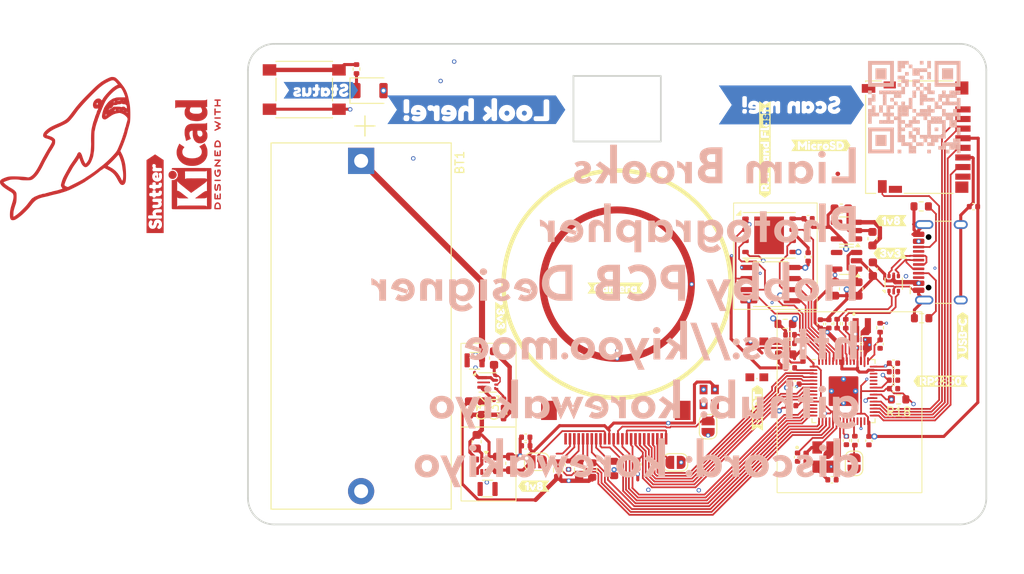
<source format=kicad_pcb>
(kicad_pcb (version 20241229) (generator "pcbnew") (generator_version "9.0")
  (title_block (comment 4 "AISLER Project ID: FEGVSVZG"))
  (layers (0 "F.Cu" signal) (4 "In1.Cu" signal) (6 "In2.Cu" signal) (2 "B.Cu" signal) (13 "F.Paste" user) (15 "B.Paste" user) (5 "F.SilkS" user "F.Silkscreen") (7 "B.SilkS" user "B.Silkscreen") (1 "F.Mask" user) (3 "B.Mask" user) (25 "Edge.Cuts" user))
  (net 0 "")
  (net 1 "+3V3")
  (net 2 "-BATT")
  (net 3 "+1V8")
  (net 4 "/QSPI_SD2")
  (net 5 "/QSPI_SD3")
  (net 6 "/QSPI_SCLK")
  (net 7 "Net-(U3-~{CS})")
  (net 8 "/QSPI_SD1")
  (net 9 "/QSPI_SD0")
  (net 10 "Net-(U4-~{CE})")
  (net 11 "+1V1")
  (net 15 "Net-(JP2-A)")
  (net 16 "/VREG_AVDD")
  (net 17 "/QSPI_SS")
  (net 18 "/XOUT")
  (net 20 "Net-(U1-GPIO25)")
  (net 21 "/CAM_XTAL")
  (net 25 "/XIN")
  (net 27 "/GPIO0")
  (net 28 "/VREG_LX")
  (net 29 "+5V")
  (net 30 "/D4{slash}MDN0")
  (net 31 "/D8{slash}MDN1")
  (net 32 "/AVDD 2.8")
  (net 33 "/VSYNC")
  (net 34 "/SCL")
  (net 35 "/D6{slash}MCN")
  (net 36 "/STROBE")
  (net 37 "/SDA")
  (net 38 "/RST")
  (net 39 "/PWDNB")
  (net 40 "/D3")
  (net 41 "/D7{slash}MCP")
  (net 42 "/HSYNC")
  (net 43 "/D2")
  (net 44 "/D5{slash}MDP0")
  (net 45 "/PCLK")
  (net 46 "/D9{slash}MPD1")
  (net 47 "Net-(D1-K)")
  (net 48 "/DVDD 1.5")
  (net 49 "/USB_BOOT")
  (net 50 "/USB_DP")
  (net 51 "Net-(J3-CC1)")
  (net 53 "Net-(J3-CC2)")
  (net 57 "/SPI_CS")
  (net 58 "/SD_DET")
  (net 60 "/SCLK")
  (net 61 "/SPI_DI")
  (net 62 "/SPI_DO")
  (net 63 "Net-(J1-Pin_2)")
  (net 64 "Net-(D1-A)")
  (net 65 "/XTAL_EN")
  (net 66 "Net-(U1-RUN)")
  (net 67 "/USB_DN")
  (net 70 "Net-(U7-SW)")
  (net 71 "Net-(U7-FB)")
  (net 72 "+BATT")
  (net 73 "Net-(U8-SW)")
  (footprint "Capacitor_SMD:C_0402_1005Metric" (layer "F.Cu") (at 156.11 113.11 90)
    (property "Reference" "C26" (hide yes))
    (property "Value" "15p" (hide yes))
  )
  (footprint "Capacitor_SMD:C_0603_1608Metric" (layer "F.Cu") (at 139.66 100.96 -90)
    (property "Reference" "C30" (hide yes))
    (property "Value" "10u")
  )
  (footprint "Capacitor_SMD:C_0402_1005Metric" (layer "F.Cu") (at 194.53 83.63 180)
    (property "Reference" "C24" (hide yes))
    (property "Value" "100n")
  )
  (footprint "Resistor_SMD:R_0603_1608Metric" (layer "F.Cu") (at 150.9 113.775 90)
    (property "Reference" "R14" (hide yes))
    (property "Value" "10k" (hide yes))
  )
  (footprint "RP2350A:RP2350-QFN-60-1EP_7x7_P0.4mm_EP3.4x3.4mm_ThermalVias" (layer "F.Cu") (at 179.66 104.7425)
    (property "Reference" "U1" (hide yes))
    (property "Value" "RP2350_60QFN")
  )
  (footprint "Resistor_SMD:R_0603_1608Metric" (layer "F.Cu") (at 149.4 113.775 90)
    (property "Reference" "R15" (hide yes))
    (property "Value" "10k")
  )
  (footprint "Button_Switch_SMD:SW_Push_1P1T_NO_CK_KMR2" (layer "F.Cu") (at 169.74 101.11 90)
    (property "Reference" "SW1" (hide yes))
    (property "Value" "USB_BOOT")
  )
  (footprint "Capacitor_SMD:C_0402_1005Metric" (layer "F.Cu") (at 179.987498 110.3925 -90)
    (property "Reference" "C11" (hide yes))
    (property "Value" "100n")
  )
  (footprint "Capacitor_SMD:C_0603_1608Metric" (layer "F.Cu") (at 183.02 90.78 90)
    (property "Reference" "C19" (hide yes))
    (property "Value" "10u")
  )
  (footprint "Button_Switch_SMD:SW_Push_1P1T_NO_6x6mm_H9.5mm" (layer "F.Cu") (at 117.94 70.23)
    (property "Reference" "SW3" (hide yes))
    (property "Value" "Shutter")
  )
  (footprint "Capacitor_SMD:C_0402_1005Metric" (layer "F.Cu") (at 185.38 103.49)
    (property "Reference" "C12" (hide yes))
    (property "Value" "4.7u")
  )
  (footprint "kibuzzard-68265EEF" (layer "F.Cu") (at 170.66 77.08 90)
    (property "Reference" "kibuzzard-68265EEF" (hide yes))
    (property "Value" "G***" (hide yes))
  )
  (footprint "Resistor_SMD:R_0402_1005Metric" (layer "F.Cu") (at 173.55375 102.08625 180)
    (property "Reference" "R9" (hide yes))
    (property "Value" "0" (hide yes))
  )
  (footprint "Package_SON:WSON-8-1EP_6x5mm_P1.27mm_EP3.4x4.3mm" (layer "F.Cu") (at 171.14 86.915)
    (property "Reference" "U3" (hide yes))
    (property "Value" "S25FS128SDSNFI101")
  )
  (footprint "Capacitor_SMD:C_0402_1005Metric" (layer "F.Cu") (at 185.3775 101.5525 180)
    (property "Reference" "C2" (hide yes))
    (property "Value" "100n")
  )
  (footprint "Capacitor_SMD:C_0603_1608Metric" (layer "F.Cu") (at 140.01 113.015 90)
    (property "Reference" "C34" (hide yes))
    (property "Value" "10u")
  )
  (footprint "Connector_FFC-FPC:Hirose_FH12-24S-0.5SH_1x24-1MP_P0.50mm_Horizontal" (layer "F.Cu") (at 153.6 108.35 180)
    (property "Reference" "J1" (hide yes))
    (property "Value" "Camera")
  )
  (footprint "kibuzzard-68265FDC" (layer "F.Cu") (at 140.435 96.45 -90)
    (property "Reference" "kibuzzard-68265FDC" (hide yes))
    (property "Value" "G***" (hide yes))
  )
  (footprint "Resistor_SMD:R_0603_1608Metric" (layer "F.Cu") (at 147 113.775 90)
    (property "Reference" "R16" (hide yes))
    (property "Value" "10k")
  )
  (footprint "Package_TO_SOT_SMD:SOT-563" (layer "F.Cu") (at 138.26 113.2825 -90)
    (property "Reference" "U8" (hide yes))
    (property "Value" "TPS628437DRL")
  )
  (footprint "LED_SMD:LED_1206_3216Metric_ReverseMount_Hole1.8x2.4mm" (layer "F.Cu") (at 125.46 70.35)
    (property "Reference" "D1" (hide yes))
    (property "Value" "LED")
  )
  (footprint "Resistor_SMD:R_0603_1608Metric" (layer "F.Cu") (at 185.965 105.69 180)
    (property "Reference" "R18")
    (property "Value" "10k")
  )
  (footprint "Capacitor_SMD:C_0402_1005Metric" (layer "F.Cu") (at 175.6 85.01 180)
    (property "Reference" "C15" (hide yes))
    (property "Value" "100n")
  )
  (footprint "kibuzzard-6825B58C" (layer "F.Cu") (at 100.87 82.150603 90)
    (property "Reference" "kibuzzard-6825B58C" (hide yes))
    (property "Value" "G***" (hide yes))
  )
  (footprint "RP2350A:L_pol_2016" (layer "F.Cu") (at 181.7475 97.2425)
    (property "Reference" "L1" (hide yes))
    (property "Value" "3.3u")
  )
  (footprint "Resistor_SMD:R_0402_1005Metric_Pad0.72x0.64mm_HandSolder" (layer "F.Cu") (at 140.75 107.25 90)
    (property "Reference" "R6" (hide yes))
    (property "Value" "100k")
  )
  (footprint "Capacitor_SMD:C_0402_1005Metric" (layer "F.Cu") (at 181.6675 99.7925)
    (property "Reference" "C9" (hide yes))
    (property "Value" "4.7u")
  )
  (footprint "Capacitor_SMD:C_0402_1005Metric" (layer "F.Cu") (at 183.8475 99.3625 -90)
    (property "Reference" "C7" (hide yes))
    (property "Value" "4.7u")
  )
  (footprint "Capacitor_SMD:C_0402_1005Metric" (layer "F.Cu") (at 175.02 100.86 90)
    (property "Reference" "C6" (hide yes))
    (property "Value" "100n")
  )
  (footprint "Kiyo:KiCad-Logo2_5mm_Copper-exposed" (layer "F.Cu") (at 105.38729 77.472959 90)
    (property "Reference" "REF**" (hide yes))
    (property "Value" "KiCad-Logo2_5mm_Copper-exposed" (hide yes))
  )
  (footprint "Capacitor_SMD:C_0603_1608Metric" (layer "F.Cu") (at 136.799972 106.674059 -90)
    (property "Reference" "C32")
    (property "Value" "68u")
  )
  (footprint "Capacitor_SMD:C_0402_1005Metric" (layer "F.Cu") (at 177.9775 97.0525 -90)
    (property "Reference" "C13" (hide yes))
    (property "Value" "100n")
  )
  (footprint "kibuzzard-68266036" (layer "F.Cu") (at 169.8 106.67 90)
    (property "Reference" "kibuzzard-68266036" (hide yes))
    (property "Value" "G***" (hide yes))
  )
  (footprint "Jumper:SolderJumper-2_P1.3mm_Open_RoundedPad1.0x1.5mm" (layer "F.Cu") (at 160.43 112.9 180)
    (property "Reference" "JP1" (hide yes))
    (property "Value" "CAM_AF" (hide yes))
  )
  (footprint "Capacitor_SMD:C_0402_1005Metric" (layer "F.Cu") (at 174.0975 103.9425 180)
    (property "Reference" "C10" (hide yes))
    (property "Value" "100n")
  )
  (footprint "Capacitor_SMD:C_0402_1005Metric" (layer "F.Cu") (at 178.337501 114.8925 180)
    (property "Reference" "C17" (hide yes))
    (property "Value" "15p")
  )
  (footprint "kibuzzard-68265F1C" (layer "F.Cu") (at 177.07 76.62)
    (property "Reference" "kibuzzard-68265F1C" (hide yes))
    (property "Value" "G***" (hide yes))
  )
  (footprint "Capacitor_SMD:C_0402_1005Metric" (layer "F.Cu") (at 148.19 113.22 90)
    (property "Reference" "C25" (hide yes))
    (property "Value" "100n")
  )
  (footprint "Kiyo:TFM201610ALMA" (layer "F.Cu") (at 138.875 115.895)
    (property "Reference" "L3" (hide yes))
    (property "Value" "1u")
  )
  (footprint "kibuzzard-68265FD3" (layer "F.Cu") (at 185.02 88.97)
    (property "Reference" "kibuzzard-68265FD3" (hide yes))
    (property "Value" "G***" (hide yes))
  )
  (footprint "Capacitor_SMD:C_0603_1608Metric" (layer "F.Cu") (at 137.68 110.53 90)
    (property "Reference" "C35" (hide yes))
    (property "Value" "10u")
  )
  (footprint "Capacitor_SMD:C_0402_1005Metric" (layer "F.Cu") (at 143.3 111 180)
    (property "Reference" "C27" (hide yes))
    (property "Value" "100n")
  )
  (footprint "Capacitor_SMD:C_0603_1608Metric" (layer "F.Cu") (at 179.41 83.85)
    (property "Reference" "C23" (hide yes))
    (property "Value" "10u")
  )
  (footprint "Capacitor_SMD:C_0603_1608Metric" (layer "F.Cu") (at 182.968999 87.29933 90)
    (property "Reference" "C22" (hide yes))
    (property "Value" "10u")
  )
  (footprint "Resistor_SMD:R_0402_1005Metric" (layer "F.Cu") (at 173.53 99.28)
    (property "Reference" "R4" (hide yes))
    (property "Value" "1k")
  )
  (footprint "Kiyo:TFM201610ALMA" (layer "F.Cu") (at 137.485 101.27 180)
    (property "Reference" "L2" (hide yes))
    (property "Value" "1u")
  )
  (footprint "Resistor_SMD:R_0603_1608Metric" (layer "F.Cu") (at 173.045 100.55)
    (property "Reference" "R10" (hide yes))
    (property "Value" "10k")
  )
  (footprint "Package_SO:SOIC-8_3.9x4.9mm_P1.27mm" (layer "F.Cu") (at 171.3 92.5)
    (property "Reference" "U4" (hide yes))
    (property "Value" "ESP-PSRAM64")
  )
  (footprint "Resistor_SMD:R_0402_1005Metric" (layer "F.Cu") (at 123.92 67.88 -90)
    (property "Reference" "R17" (hide yes))
    (property "Value" "1k")
  )
  (footprint "kibuzzard-68265FBA" (layer "F.Cu") (at 185.09 85.23)
    (property "Reference" "kibuzzard-68265FBA" (hide yes))
    (property "Value" "G***" (hide yes))
  )
  (footprint "Capacitor_SMD:C_0402_1005Metric" (layer "F.Cu") (at 173.72 106.4)
    (property "Reference" "C3" (hide yes))
    (property "Value" "100n" (hide yes))
  )
  (footprint "Capacitor_SMD:C_0402_1005Metric" (layer "F.Cu") (at 175.61 89.38 -90)
    (property "Reference" "C16" (hide yes))
    (property "Value" "100n")
  )
  (footprint "ABM8_272_T3:ABM8-272-T3_ABR" (layer "F.Cu") (at 177.447501 112.2925)
    (property "Reference" "X1" (hide yes))
    (property "Value" "ABM8-272-T3")
  )
  (footprint "Capacitor_SMD:C_0402_1005Metric" (layer "F.Cu") (at 185.38 104.46 180)
    (property "Reference" "C4" (hide yes))
    (property "Value" "100n")
  )
  (footprint "Capacitor_SMD:C_0603_1608Metric" (layer "F.Cu") (at 181.36 93.055 -90)
    (property "Reference" "C20" (hide yes))
    (property "Value" "10u")
  )
  (footprint "Resistor_SMD:R_0402_1005Metric" (layer "F.Cu") (at 178.9275 97.0225 -90)
    (property "Reference" "R2" (hide yes))
    (property "Value" "0")
  )
  (footprint "Resistor_SMD:R_0603_1608Metric" (layer "F.Cu") (at 153.4 113.6 90)
    (property "Reference" "R13" (hide yes))
    (property "Value" "10k" (hide yes))
  )
  (footprint "Package_DFN_QFN:Texas_RWU0007A_VQFN-7_2x2mm_P0.5mm" (layer "F.Cu") (at 138.948 103.75)
    (property "Reference" "U7" (hide yes))
    (property "Value" "TPS61022")
  )
  (footprint "Connector_Card:microSD_HC_Hirose_DM3D-SF" (layer "F.Cu") (at 187.975 75.675 90)
    (property "Reference" "J2" (hide yes))
    (property "Value" "Micro_SD_Card_Det1" (hide yes))
  )
  (footprint "Jumper:SolderJumper-2_P1.3mm_Open_RoundedPad1.0x1.5mm" (layer "F.Cu") (at 180.867498 113.0125 -90)
    (property "Reference" "JP2" (hide yes))
    (property "Value" "USB_BOOT")
  )
  (footprint "Jumper:SolderJumper-2_P1.3mm_Open_RoundedPad1.0x1.5mm" (layer "F.Cu") (at 164.16 108.81 90)
    (property "Reference" "JP4" (hide yes))
    (property "Value" "XTAL_JMP")
  )
  (footprint "Capacitor_SMD:C_0402_1005Metric" (layer "F.Cu") (at 181.6675 98.8425)
    (property "Reference" "C8" (hide yes))
    (property "Value" "4.7u" (hide yes))
  )
  (footprint "Capacitor_SMD:C_0402_1005Metric" (layer "F.Cu") (at 185.3775 102.5225 180)
    (property "Reference" "C14" (hide yes))
    (property "Value" "100n")
  )
  (footprint "kibuzzard-682743A4" (layer "F.Cu") (at 144.21 115.62)
    (property "Reference" "kibuzzard-682743A4" (hide yes))
    (property "Value" "G***" (hide yes))
  )
  (footprint "Battery:BatteryHolder_Bulgin_BX0123_1xCR123" (layer "F.Cu") (at 124.45 78.395 -90)
    (property "Reference" "BT1")
    (property "Value" "CR2032")
  )
  (footprint "Capacitor_SMD:C_0603_1608Metric" (layer "F.Cu") (at 178.69 93.045 -90)
    (property "Reference" "C21" (hide yes))
    (property "Value" "10u" (hide yes))
  )
  (footprint "Capacitor_SMD:C_0402_1005Metric" (layer "F.Cu") (at 177.0075 97.0525 -90)
    (property "Reference" "C29" (hide yes))
    (property "Value" "100n" (hide yes))
  )
  (footprint "Resistor_SMD:R_0402_1005Metric" (layer "F.Cu") (at 180.957498 110.4125 -90)
    (property "Reference" "R8" (hide yes))
    (property "Value" "1k")
  )
  (footprint "Resistor_SMD:R_0603_1608Metric" (layer "F.Cu") (at 172.98 97.05)
    (property "Reference" "R7" (hide yes))
    (property "Value" "10k")
  )
  (footprint "Package_TO_SOT_SMD:SOT-666" (layer "F.Cu") (at 185.4025 92.43 90)
    (property "Reference" "U6" (hide yes))
    (property "Value" "USBLC6-2P6")
  )
  (footprint "Package_TO_SOT_SMD:SOT-23-5" (layer "F.Cu") (at 179.9975 86.37 180)
    (property "Reference" "U2" (hide yes))
    (property "Value" "SPX3819M5-L-1-8")
  )
  (footprint "Capacitor_SMD:C_0402_1005Metric" (layer "F.Cu") (at 174.4 112.3 90)
    (property "Reference" "C5" (hide yes))
    (property "Value" "100n")
  )
  (footprint "Resistor_SMD:R_0402_1005Metric" (layer "F.Cu") (at 179.9175 97.0325 -90)
    (property "Reference" "R3" (hide yes))
    (property "Value" "0")
  )
  (footprint "kibuzzard-68265F49" (layer "F.Cu") (at 153.55 92.95)
    (property "Reference" "kibuzzard-68265F49" (hide yes))
    (property "Value" "G***" (hide yes))
  )
  (footprint "Resistor_SMD:R_0603_1608Metric" (layer "F.Cu") (at 188.6 96.4 180)
    (property "Reference" "R11" (hide yes))
    (property "Value" "5.1k")
  )
  (footprint "Capacitor_SMD:C_0603_1608Metric" (layer "F.Cu") (at 138.265 106.68 -90)
    (property "Reference" "C31")
    (property "Value" "68u")
  )
  (footprint "Resistor_SMD:R_0402_1005Metric" (layer "F.Cu") (at 183.8475 97.4825 -90)
    (property "Reference" "R1" (hide yes))
    (property "Value" "33")
  )
  (footprint "kibuzzard-68265EBA" (layer "F.Cu") (at 190.78 103.6)
    (property "Reference" "kibuzzard-68265EBA" (hide yes))
    (property "Value" "G***" (hide yes))
  )
  (footprint "Capacitor_SMD:C_0402_1005Metric" (layer "F.Cu") (at 143.29 110.02)
    (property "Reference" "C28" (hide yes))
    (property "Value" "100n")
  )
  (footprint "Resistor_SMD:R_0402_1005Metric_Pad0.72x0.64mm_HandSolder" (layer "F.Cu") (at 140.1125 105.68 180)
    (property "Reference" "R19" (hide yes))
    (property "Value" "453k")
  )
  (footprint "Connector_USB:USB_C_Receptacle_HCTL_HC-TYPE-C-16P-01A" (layer "F.Cu") (at 192 90 90)
    (property "Reference" "J3" (hide yes))
    (property "Value" "USB_IN")
  )
  (footprint "Kiyo:Blahaj Exposed copper" (layer "F.Cu") (at 95.05 71.84)
    (property "Reference" "G***" (hide yes))
    (property "Value" "LOGO" (hide yes))
  )
  (footprint "Oscillator:Oscillator_SMD_SeikoEpson_SG210-4Pin_2.5x2.0mm" (layer "F.Cu") (at 164.29 105.41 -90)
    (property "Reference" "Y1" (hide yes))
    (property "Value" "SG-210STF 24.0ML0")
  )
  (footprint "Resistor_SMD:R_0603_1608Metric" (layer "F.Cu") (at 188.55 83.6 180)
    (property "Reference" "R12" (hide yes))
    (property "Value" "5.1k" (hide yes))
  )
  (footprint "Resistor_SMD:R_0402_1005Metric" (layer "F.Cu") (at 173.53 98.29 180)
    (property "Reference" "R5" (hide yes))
    (property "Value" "0")
  )
  (footprint "Capacitor_SMD:C_0603_1608Metric" (layer "F.Cu") (at 141.51 113.01 90)
    (property "Reference" "C33" (hide yes))
    (property "Value" "10u")
  )
  (footprint "Package_TO_SOT_SMD:SOT-23-5" (layer "F.Cu") (at 180.01 89.8275 180)
    (property "Reference" "U5" (hide yes))
    (property "Value" "SPX3819M5-L-3-3")
  )
  (footprint "Jumper:SolderJumper-2_P1.3mm_Open_RoundedPad1.0x1.5mm" (layer "F.Cu") (at 144.56 112.83)
    (property "Reference" "JP3" (hide yes))
    (property "Value" "DVDD_1V8")
  )
  (footprint "kibuzzard-68265F3A" (layer "F.Cu") (at 193.29 98.44 90)
    (property "Reference" "kibuzzard-68265F3A" (hide yes))
    (property "Value" "G***" (hide yes))
  )
  (footprint "Capacitor_SMD:C_0402_1005Metric" (layer "F.Cu") (at 182.567498 110.4125 90)
    (property "Reference" "C1" (hide yes))
    (property "Value" "100n")
  )
  (footprint "Capacitor_SMD:C_0402_1005Metric" (layer "F.Cu") (at 175.377501 112.32 -90)
    (property "Reference" "C18" (hide yes))
    (property "Value" "15p")
  )
  (footprint "kibuzzard-68265CF0" (layer "B.Cu") (at 119.84 70.31 180)
    (property "Reference" "kibuzzard-68265CF0" (hide yes))
    (property "Value" "G***" (hide yes))
  )
  (footprint "kibuzzard-68265B48" (layer "B.Cu") (at 173.697017 71.987575 180)
    (property "Reference" "kibuzzard-68265B48" (hide yes))
    (property "Value" "G***" (hide yes))
  )
  (footprint "kibuzzard-68265CCE" (layer "B.Cu") (at 137.64 72.54 180)
    (property "Reference" "kibuzzard-68265CCE" (hide yes))
    (property "Value" "G***" (hide yes))
  )
  (gr_poly (pts (xy 182.0975 100.8925) (xy 182.3475 100.3425) (xy 182.8475 99.9925) (xy 182.8375 98.5925) (xy 181.9875 98.5925) (xy 181.9975 100.8925)) (stroke (width 0.1)) (fill yes) (layer "F.Cu") (net 2))
  (gr_circle (center 153.75 92.5) (end 162.25 92.5) (stroke (width 0.8)) (fill no) (layer "F.Cu") (net 1))
  (gr_poly (pts (xy 181.3975 99.0925) (xy 181.3975 97.3425) (xy 180.5975 97.3425) (xy 180.5975 98.1325) (xy 180.8975 98.3925) (xy 180.8975 99.0925)) (stroke (width 0.1)) (fill yes) (layer "F.Cu") (net 11))
  (gr_poly (pts (xy 180.95375 99.9625) (xy 181.17 100.52) (xy 181.17 100.97) (xy 181.31 100.97) (xy 181.31 99.9625)) (stroke (width 0.1)) (fill yes) (layer "F.Cu") (net 1))
  (gr_poly (pts (xy 181.58375 101.70625) (xy 181.58 100.9175) (xy 181.66 100.74) (xy 181.66375 97.8925) (xy 182.0975 97.4425) (xy 182.6475 97.4425) (xy 182.6475 98.0925) (xy 182.4975 98.2925) (xy 181.67375 98.30625) (xy 181.68375 100.79625) (xy 181.73375 100.92625) (xy 181.73 101.71)) (stroke (width 0.1)) (fill yes) (layer "F.Cu") (net 28))
  (gr_rect (start 135.89 108.86) (end 142.17 117.32) (stroke (width 0.1)) (fill no) (layer "F.SilkS"))
  (gr_rect (start 167.08 83.21) (end 176.6475 95.384664) (stroke (width 0.1)) (fill no) (layer "F.SilkS"))
  (gr_rect (start 172.06 95.66) (end 188.63 116.37) (stroke (width 0.1)) (fill no) (layer "F.SilkS"))
  (gr_circle (center 153.75 92.5) (end 166.75 92.5) (stroke (width 0.5)) (fill no) (layer "F.SilkS"))
  (gr_rect (start 135.875 99.27) (end 142.185 108.85) (stroke (width 0.1)) (fill no) (layer "F.SilkS"))
  (gr_poly (pts (xy 192.626666 74.146666) (xy 192.203333 74.146666) (xy 192.203333 73.723332) (xy 192.626666 73.723332)) (stroke (width -0.000001)) (fill yes) (layer "B.SilkS"))
  (gr_poly (pts (xy 185.43 73.299999) (xy 185.006667 73.299999) (xy 185.006667 72.876666) (xy 185.43 72.876666)) (stroke (width -0.000001)) (fill yes) (layer "B.SilkS"))
  (gr_poly (pts (xy 191.779999 73.299999) (xy 191.356666 73.299999) (xy 191.356666 72.876666) (xy 191.779999 72.876666)) (stroke (width -0.000001)) (fill yes) (layer "B.SilkS"))
  (gr_poly (pts (xy 191.356666 77.109999) (xy 190.933333 77.109999) (xy 190.933333 76.686666) (xy 191.356666 76.686666)) (stroke (width -0.000001)) (fill yes) (layer "B.SilkS"))
  (gr_poly (pts (xy 188.816666 69.066666) (xy 188.393333 69.066666) (xy 188.393333 68.643333) (xy 188.816666 68.643333)) (stroke (width -0.000001)) (fill yes) (layer "B.SilkS"))
  (gr_poly (pts (xy 189.663333 74.993332) (xy 189.239999 74.993332) (xy 189.239999 74.569999) (xy 189.663333 74.569999)) (stroke (width -0.000001)) (fill yes) (layer "B.SilkS"))
  (gr_poly (pts (xy 188.816666 70.76) (xy 188.393333 70.76) (xy 188.393333 70.336666) (xy 188.816666 70.336666)) (stroke (width -0.000001)) (fill yes) (layer "B.SilkS"))
  (gr_poly (pts (xy 187.969999 75.839999) (xy 187.546666 75.839999) (xy 187.546666 75.416666) (xy 187.969999 75.416666)) (stroke (width -0.000001)) (fill yes) (layer "B.SilkS"))
  (gr_poly (pts (xy 185.853333 71.183333) (xy 185.43 71.183333) (xy 185.43 70.76) (xy 185.853333 70.76)) (stroke (width -0.000001)) (fill yes) (layer "B.SilkS"))
  (gr_poly (pts (xy 188.816666 76.686666) (xy 188.393333 76.686666) (xy 188.393333 76.263332) (xy 188.816666 76.263332)) (stroke (width -0.000001)) (fill yes) (layer "B.SilkS"))
  (gr_poly (pts (xy 185.43 74.146666) (xy 185.006667 74.146666) (xy 185.006667 73.723332) (xy 185.43 73.723332)) (stroke (width -0.000001)) (fill yes) (layer "B.SilkS"))
  (gr_poly (pts (xy 187.546666 77.109999) (xy 187.123333 77.109999) (xy 187.123333 76.686666) (xy 187.546666 76.686666)) (stroke (width -0.000001)) (fill yes) (layer "B.SilkS"))
  (gr_poly (pts (xy 184.583333 72.029999) (xy 184.16 72.029999) (xy 184.16 71.606666) (xy 184.583333 71.606666)) (stroke (width -0.000001)) (fill yes) (layer "B.SilkS"))
  (gr_poly (pts (xy 190.086666 71.606666) (xy 189.663333 71.606666) (xy 189.663333 71.183333) (xy 190.086666 71.183333)) (stroke (width -0.000001)) (fill yes) (layer "B.SilkS"))
  (gr_poly (pts (xy 187.123333 69.913333) (xy 186.7 69.913333) (xy 186.7 69.49) (xy 187.123333 69.49)) (stroke (width -0.000001)) (fill yes) (layer "B.SilkS"))
  (gr_poly (pts (xy 188.816666 72.029999) (xy 188.393333 72.029999) (xy 188.393333 71.606666) (xy 188.816666 71.606666)) (stroke (width -0.000001)) (fill yes) (layer "B.SilkS"))
  (gr_poly (pts (xy 191.356666 74.146666) (xy 190.933333 74.146666) (xy 190.933333 73.723332) (xy 191.356666 73.723332)) (stroke (width -0.000001)) (fill yes) (layer "B.SilkS"))
  (gr_poly (pts (xy 186.276667 74.993332) (xy 185.853333 74.993332) (xy 185.853333 74.569999) (xy 186.276667 74.569999)) (stroke (width -0.000001)) (fill yes) (layer "B.SilkS"))
  (gr_poly (pts (xy 191.356666 71.183333) (xy 190.933333 71.183333) (xy 190.933333 70.76) (xy 191.356666 70.76)) (stroke (width -0.000001)) (fill yes) (layer "B.SilkS"))
  (gr_poly (pts (xy 191.356666 73.299999) (xy 190.933333 73.299999) (xy 190.933333 72.876666) (xy 191.356666 72.876666)) (stroke (width -0.000001)) (fill yes) (layer "B.SilkS"))
  (gr_poly (pts (xy 186.276667 73.723332) (xy 185.853333 73.723332) (xy 185.853333 73.299999) (xy 186.276667 73.299999)) (stroke (width -0.000001)) (fill yes) (layer "B.SilkS"))
  (gr_poly (pts (xy 188.816666 73.299999) (xy 188.393333 73.299999) (xy 188.393333 72.876666) (xy 188.816666 72.876666)) (stroke (width -0.000001)) (fill yes) (layer "B.SilkS"))
  (gr_poly (pts (xy 186.7 70.76) (xy 186.276667 70.76) (xy 186.276667 70.336666) (xy 186.7 70.336666)) (stroke (width -0.000001)) (fill yes) (layer "B.SilkS"))
  (gr_poly (pts (xy 192.626666 72.876666) (xy 192.203333 72.876666) (xy 192.203333 72.453332) (xy 192.626666 72.453332)) (stroke (width -0.000001)) (fill yes) (layer "B.SilkS"))
  (gr_poly (pts (xy 193.05 77.533333) (xy 192.626666 77.533333) (xy 192.626666 77.109999) (xy 193.05 77.109999)) (stroke (width -0.000001)) (fill yes) (layer "B.SilkS"))
  (gr_poly (pts (xy 191.356666 76.686666) (xy 190.933333 76.686666) (xy 190.933333 76.263332) (xy 191.356666 76.263332)) (stroke (width -0.000001)) (fill yes) (layer "B.SilkS"))
  (gr_poly (pts (xy 190.933333 71.183333) (xy 190.509999 71.183333) (xy 190.509999 70.76) (xy 190.933333 70.76)) (stroke (width -0.000001)) (fill yes) (layer "B.SilkS"))
  (gr_poly (pts (xy 186.7 72.029999) (xy 186.276667 72.029999) (xy 186.276667 71.606666) (xy 186.7 71.606666)) (stroke (width -0.000001)) (fill yes) (layer "B.SilkS"))
  (gr_poly (pts (xy 191.779999 71.183333) (xy 191.356666 71.183333) (xy 191.356666 70.76) (xy 191.779999 70.76)) (stroke (width -0.000001)) (fill yes) (layer "B.SilkS"))
  (gr_poly (pts (xy 186.276667 69.066666) (xy 185.853333 69.066666) (xy 185.853333 68.643333) (xy 186.276667 68.643333)) (stroke (width -0.000001)) (fill yes) (layer "B.SilkS"))
  (gr_poly (pts (xy 192.203333 77.109999) (xy 191.779999 77.109999) (xy 191.779999 76.686666) (xy 192.203333 76.686666)) (stroke (width -0.000001)) (fill yes) (layer "B.SilkS"))
  (gr_poly (pts (xy 190.086666 74.146666) (xy 189.663333 74.146666) (xy 189.663333 73.723332) (xy 190.086666 73.723332)) (stroke (width -0.000001)) (fill yes) (layer "B.SilkS"))
  (gr_poly (pts (xy 193.05 76.263332) (xy 192.626666 76.263332) (xy 192.626666 75.839999) (xy 193.05 75.839999)) (stroke (width -0.000001)) (fill yes) (layer "B.SilkS"))
  (gr_poly (pts (xy 187.123333 72.876666) (xy 186.7 72.876666) (xy 186.7 72.453332) (xy 187.123333 72.453332)) (stroke (width -0.000001)) (fill yes) (layer "B.SilkS"))
  (gr_poly (pts (xy 190.086666 70.76) (xy 189.663333 70.76) (xy 189.663333 70.336666) (xy 190.086666 70.336666)) (stroke (width -0.000001)) (fill yes) (layer "B.SilkS"))
  (gr_poly (pts (xy 186.7 76.686666) (xy 186.276667 76.686666) (xy 186.276667 76.263332) (xy 186.7 76.263332)) (stroke (width -0.000001)) (fill yes) (layer "B.SilkS"))
  (gr_poly (pts (xy 191.779999 71.606666) (xy 191.356666 71.606666) (xy 191.356666 71.183333) (xy 191.779999 71.183333)) (stroke (width -0.000001)) (fill yes) (layer "B.SilkS"))
  (gr_poly (pts (xy 183.313333 71.606666) (xy 182.89 71.606666) (xy 182.89 71.183333) (xy 183.313333 71.183333)) (stroke (width -0.000001)) (fill yes) (layer "B.SilkS"))
  (gr_poly (pts (xy 186.7 67.796666) (xy 186.276667 67.796666) (xy 186.276667 67.373333) (xy 186.7 67.373333)) (stroke (width -0.000001)) (fill yes) (layer "B.SilkS"))
  (gr_poly (pts (xy 191.356666 70.76) (xy 190.933333 70.76) (xy 190.933333 70.336666) (xy 191.356666 70.336666)) (stroke (width -0.000001)) (fill yes) (layer "B.SilkS"))
  (gr_poly (pts (xy 190.509999 72.029999) (xy 190.086666 72.029999) (xy 190.086666 71.606666) (xy 190.509999 71.606666)) (stroke (width -0.000001)) (fill yes) (layer "B.SilkS"))
  (gr_poly (pts (xy 187.123333 67.373333) (xy 186.7 67.373333) (xy 186.7 66.95) (xy 187.123333 66.95)) (stroke (width -0.000001)) (fill yes) (layer "B.SilkS"))
  (gr_poly (pts (xy 188.393333 68.643333) (xy 187.969999 68.643333) (xy 187.969999 68.22) (xy 188.393333 68.22)) (stroke (width -0.000001)) (fill yes) (layer "B.SilkS"))
  (gr_poly (pts (xy 190.509999 75.839999) (xy 190.086666 75.839999) (xy 190.086666 75.416666) (xy 190.509999 75.416666)) (stroke (width -0.000001)) (fill yes) (layer "B.SilkS"))
  (gr_poly (pts (xy 191.356666 72.029999) (xy 190.933333 72.029999) (xy 190.933333 71.606666) (xy 191.356666 71.606666)) (stroke (width -0.000001)) (fill yes) (layer "B.SilkS"))
  (gr_poly (pts (xy 193.05 74.993332) (xy 192.626666 74.993332) (xy 192.626666 74.569999) (xy 193.05 74.569999)) (stroke (width -0.000001)) (fill yes) (layer "B.SilkS"))
  (gr_poly (pts (xy 189.663333 77.533333) (xy 189.239999 77.533333) (xy 189.239999 77.109999) (xy 189.663333 77.109999)) (stroke (width -0.000001)) (fill yes) (layer "B.SilkS"))
  (gr_poly (pts (xy 193.05 70.76) (xy 192.626666 70.76) (xy 192.626666 70.336666) (xy 193.05 70.336666)) (stroke (width -0.000001)) (fill yes) (layer "B.SilkS"))
  (gr_poly (pts (xy 192.626666 76.686666) (xy 192.203333 76.686666) (xy 192.203333 76.263332) (xy 192.626666 76.263332)) (stroke (width -0.000001)) (fill yes) (layer "B.SilkS"))
  (gr_poly (pts (xy 188.393333 74.146666) (xy 187.969999 74.146666) (xy 187.969999 73.723332) (xy 188.393333 73.723332)) (stroke (width -0.000001)) (fill yes) (layer "B.SilkS"))
  (gr_poly (pts (xy 186.276667 71.183333) (xy 185.853333 71.183333) (xy 185.853333 70.76) (xy 186.276667 70.76)) (stroke (width -0.000001)) (fill yes) (layer "B.SilkS"))
  (gr_poly (pts (xy 187.546666 77.533333) (xy 187.123333 77.533333) (xy 187.123333 77.109999) (xy 187.546666 77.109999)) (stroke (width -0.000001)) (fill yes) (layer "B.SilkS"))
  (gr_poly (pts (xy 191.779999 72.029999) (xy 191.356666 72.029999) (xy 191.356666 71.606666) (xy 191.779999 71.606666)) (stroke (width -0.000001)) (fill yes) (layer "B.SilkS"))
  (gr_poly (pts (xy 182.89 72.029999) (xy 182.466667 72.029999) (xy 182.466667 71.606666) (xy 182.89 71.606666)) (stroke (width -0.000001)) (fill yes) (layer "B.SilkS"))
  (gr_poly (pts (xy 184.583333 71.183333) (xy 184.16 71.183333) (xy 184.16 70.76) (xy 184.583333 70.76)) (stroke (width -0.000001)) (fill yes) (layer "B.SilkS"))
  (gr_poly (pts (xy 185.006667 73.299999) (xy 184.583333 73.299999) (xy 184.583333 72.876666) (xy 185.006667 72.876666)) (stroke (width -0.000001)) (fill yes) (layer "B.SilkS"))
  (gr_poly (pts (xy 182.89 71.606666) (xy 182.466667 71.606666) (xy 182.466667 71.183333) (xy 182.89 71.183333)) (stroke (width -0.000001)) (fill yes) (layer "B.SilkS"))
  (gr_poly (pts (xy 185.853333 73.723332) (xy 185.43 73.723332) (xy 185.43 73.299999) (xy 185.853333 73.299999)) (stroke (width -0.000001)) (fill yes) (layer "B.SilkS"))
  (gr_poly (pts (xy 187.546666 75.839999) (xy 187.123333 75.839999) (xy 187.123333 75.416666) (xy 187.546666 75.416666)) (stroke (width -0.000001)) (fill yes) (layer "B.SilkS"))
  (gr_poly (pts (xy 185.853333 72.029999) (xy 185.43 72.029999) (xy 185.43 71.606666) (xy 185.853333 71.606666)) (stroke (width -0.000001)) (fill yes) (layer "B.SilkS"))
  (gr_poly (pts (xy 182.89 74.146666) (xy 182.466667 74.146666) (xy 182.466667 73.723332) (xy 182.89 73.723332)) (stroke (width -0.000001)) (fill yes) (layer "B.SilkS"))
  (gr_poly (pts (xy 186.276667 72.876666) (xy 185.853333 72.876666) (xy 185.853333 72.453332) (xy 186.276667 72.453332)) (stroke (width -0.000001)) (fill yes) (layer "B.SilkS"))
  (gr_poly (pts (xy 187.546666 72.453332) (xy 187.123333 72.453332) (xy 187.123333 72.029999) (xy 187.546666 72.029999)) (stroke (width -0.000001)) (fill yes) (layer "B.SilkS"))
  (gr_poly (pts (xy 186.7 72.453332) (xy 186.276667 72.453332) (xy 186.276667 72.029999) (xy 186.7 72.029999)) (stroke (width -0.000001)) (fill yes) (layer "B.SilkS"))
  (gr_poly (pts (xy 189.663333 74.569999) (xy 189.239999 74.569999) (xy 189.239999 74.146666) (xy 189.663333 74.146666)) (stroke (width -0.000001)) (fill yes) (layer "B.SilkS"))
  (gr_poly (pts (xy 188.393333 74.993332) (xy 187.969999 74.993332) (xy 187.969999 74.569999) (xy 188.393333 74.569999)) (stroke (width -0.000001)) (fill yes) (layer "B.SilkS"))
  (gr_poly (pts (xy 190.933333 77.109999) (xy 190.509999 77.109999) (xy 190.509999 76.686666) (xy 190.933333 76.686666)) (stroke (width -0.000001)) (fill yes) (layer "B.SilkS"))
  (gr_poly (pts (xy 186.276667 75.839999) (xy 185.853333 75.839999) (xy 185.853333 75.416666) (xy 186.276667 75.416666)) (stroke (width -0.000001)) (fill yes) (layer "B.SilkS"))
  (gr_poly (pts (xy 188.393333 68.22) (xy 187.969999 68.22) (xy 187.969999 67.796666) (xy 188.393333 67.796666)) (stroke (width -0.000001)) (fill yes) (layer "B.SilkS"))
  (gr_poly (pts (xy 192.626666 73.299999) (xy 192.203333 73.299999) (xy 192.203333 72.876666) (xy 192.626666 72.876666)) (stroke (width -0.000001)) (fill yes) (layer "B.SilkS"))
  (gr_poly (pts (xy 193.05 69.913333) (xy 190.086666 69.913333) (xy 190.086666 69.468833) (xy 190.531166 69.468833) (xy 192.605499 69.468833) (xy 192.605499 67.3945) (xy 190.531166 67.3945) (xy 190.531166 69.468833) (xy 190.086666 69.468833) (xy 190.086666 66.95) (xy 193.05 66.95)) (stroke (width -0.000001)) (fill yes) (layer "B.SilkS"))
  (gr_poly (pts (xy 192.203333 74.569999) (xy 191.779999 74.569999) (xy 191.779999 74.146666) (xy 192.203333 74.146666)) (stroke (width -0.000001)) (fill yes) (layer "B.SilkS"))
  (gr_poly (pts (xy 185.006667 72.453332) (xy 184.583333 72.453332) (xy 184.583333 72.029999) (xy 185.006667 72.029999)) (stroke (width -0.000001)) (fill yes) (layer "B.SilkS"))
  (gr_poly (pts (xy 193.05 71.606666) (xy 192.626666 71.606666) (xy 192.626666 71.183333) (xy 193.05 71.183333)) (stroke (width -0.000001)) (fill yes) (layer "B.SilkS"))
  (gr_poly (pts (xy 186.276667 75.416666) (xy 185.853333 75.416666) (xy 185.853333 74.993332) (xy 186.276667 74.993332)) (stroke (width -0.000001)) (fill yes) (layer "B.SilkS"))
  (gr_poly (pts (xy 190.509999 76.263332) (xy 190.086666 76.263332) (xy 190.086666 75.839999) (xy 190.509999 75.839999)) (stroke (width -0.000001)) (fill yes) (layer "B.SilkS"))
  (gr_poly (pts (xy 189.663333 68.643333) (xy 189.239999 68.643333) (xy 189.239999 68.22) (xy 189.663333 68.22)) (stroke (width -0.000001)) (fill yes) (layer "B.SilkS"))
  (gr_poly (pts (xy 188.393333 75.416666) (xy 187.969999 75.416666) (xy 187.969999 74.993332) (xy 188.393333 74.993332)) (stroke (width -0.000001)) (fill yes) (layer "B.SilkS"))
  (gr_poly (pts (xy 186.276667 69.913333) (xy 185.853333 69.913333) (xy 185.853333 69.49) (xy 186.276667 69.49)) (stroke (width -0.000001)) (fill yes) (layer "B.SilkS"))
  (gr_poly (pts (xy 185.006667 74.146666) (xy 184.583333 74.146666) (xy 184.583333 73.723332) (xy 185.006667 73.723332)) (stroke (width -0.000001)) (fill yes) (layer "B.SilkS"))
  (gr_poly (pts (xy 186.7 69.066666) (xy 186.276667 69.066666) (xy 186.276667 68.643333) (xy 186.7 68.643333)) (stroke (width -0.000001)) (fill yes) (layer "B.SilkS"))
  (gr_poly (pts (xy 189.239999 70.336666) (xy 188.816666 70.336666) (xy 188.816666 69.913333) (xy 189.239999 69.913333)) (stroke (width -0.000001)) (fill yes) (layer "B.SilkS"))
  (gr_poly (pts (xy 192.203333 74.146666) (xy 191.779999 74.146666) (xy 191.779999 73.723332) (xy 192.203333 73.723332)) (stroke (width -0.000001)) (fill yes) (layer "B.SilkS"))
  (gr_poly (pts (xy 185.43 71.606666) (xy 185.006667 71.606666) (xy 185.006667 71.183333) (xy 185.43 71.183333)) (stroke (width -0.000001)) (fill yes) (layer "B.SilkS"))
  (gr_poly (pts (xy 189.663333 76.686666) (xy 189.239999 76.686666) (xy 189.239999 76.263332) (xy 189.663333 76.263332)) (stroke (width -0.000001)) (fill yes) (layer "B.SilkS"))
  (gr_poly (pts (xy 189.663333 72.453332) (xy 189.239999 72.453332) (xy 189.239999 72.029999) (xy 189.663333 72.029999)) (stroke (width -0.000001)) (fill yes) (layer "B.SilkS"))
  (gr_poly (pts (xy 189.663333 74.146666) (xy 189.239999 74.146666) (xy 189.239999 73.723332) (xy 189.663333 73.723332)) (stroke (width -0.000001)) (fill yes) (layer "B.SilkS"))
  (gr_poly (pts (xy 191.356666 74.569999) (xy 190.933333 74.569999) (xy 190.933333 74.146666) (xy 191.356666 74.146666)) (stroke (width -0.000001)) (fill yes) (layer "B.SilkS"))
  (gr_poly (pts (xy 187.969999 74.146666) (xy 187.546666 74.146666) (xy 187.546666 73.723332) (xy 187.969999 73.723332)) (stroke (width -0.000001)) (fill yes) (layer "B.SilkS"))
  (gr_poly (pts (xy 189.239999 73.723332) (xy 188.816666 73.723332) (xy 188.816666 73.299999) (xy 189.239999 73.299999)) (stroke (width -0.000001)) (fill yes) (layer "B.SilkS"))
  (gr_poly (pts (xy 188.393333 76.686666) (xy 187.969999 76.686666) (xy 187.969999 76.263332) (xy 188.393333 76.263332)) (stroke (width -0.000001)) (fill yes) (layer "B.SilkS"))
  (gr_poly (pts (xy 190.933333 74.146666) (xy 190.509999 74.146666) (xy 190.509999 73.723332) (xy 190.933333 73.723332)) (stroke (width -0.000001)) (fill yes) (layer "B.SilkS"))
  (gr_poly (pts (xy 192.203333 76.686666) (xy 191.779999 76.686666) (xy 191.779999 76.263332) (xy 192.203333 76.263332)) (stroke (width -0.000001)) (fill yes) (layer "B.SilkS"))
  (gr_poly (pts (xy 186.276667 67.373333) (xy 185.853333 67.373333) (xy 185.853333 66.95) (xy 186.276667 66.95)) (stroke (width -0.000001)) (fill yes) (layer "B.SilkS"))
  (gr_poly (pts (xy 185.006667 70.76) (xy 184.583333 70.76) (xy 184.583333 70.336666) (xy 185.006667 70.336666)) (stroke (width -0.000001)) (fill yes) (layer "B.SilkS"))
  (gr_poly (pts (xy 188.816666 67.373333) (xy 188.393333 67.373333) (xy 188.393333 66.95) (xy 188.816666 66.95)) (stroke (width -0.000001)) (fill yes) (layer "B.SilkS"))
  (gr_poly (pts (xy 187.969999 69.49) (xy 187.546666 69.49) (xy 187.546666 69.066666) (xy 187.969999 69.066666)) (stroke (width -0.000001)) (fill yes) (layer "B.SilkS"))
  (gr_poly (pts (xy 188.816666 69.913333) (xy 188.393333 69.913333) (xy 188.393333 69.49) (xy 188.816666 69.49)) (stroke (width -0.000001)) (fill yes) (layer "B.SilkS"))
  (gr_poly (pts (xy 190.086666 76.263332) (xy 189.663333 76.263332) (xy 189.663333 75.839999) (xy 190.086666 75.839999)) (stroke (width -0.000001)) (fill yes) (layer "B.SilkS"))
  (gr_poly (pts (xy 182.89 73.723332) (xy 182.466667 73.723332) (xy 182.466667 73.299999) (xy 182.89 73.299999)) (stroke (width -0.000001)) (fill yes) (layer "B.SilkS"))
  (gr_poly (pts (xy 188.393333 73.299999) (xy 187.969999 73.299999) (xy 187.969999 72.876666) (xy 188.393333 72.876666)) (stroke (width -0.000001)) (fill yes) (layer "B.SilkS"))
  (gr_poly (pts (xy 183.736667 73.299999) (xy 183.313333 73.299999) (xy 183.313333 72.876666) (xy 183.736667 72.876666)) (stroke (width -0.000001)) (fill yes) (layer "B.SilkS"))
  (gr_poly (pts (xy 193.05 73.723332) (xy 192.626666 73.723332) (xy 192.626666 73.299999) (xy 193.05 73.299999)) (stroke (width -0.000001)) (fill yes) (layer "B.SilkS"))
  (gr_poly (pts (xy 187.546666 74.569999) (xy 187.123333 74.569999) (xy 187.123333 74.146666) (xy 187.546666 74.146666)) (stroke (width -0.000001)) (fill yes) (layer "B.SilkS"))
  (gr_poly (pts (xy 192.626666 72.029999) (xy 192.203333 72.029999) (xy 192.203333 71.606666) (xy 192.626666 71.606666)) (stroke (width -0.000001)) (fill yes) (layer "B.SilkS"))
  (gr_poly (pts (xy 184.583333 69.066666) (xy 183.313333 69.066666) (xy 183.313333 67.796666) (xy 184.583333 67.796666)) (stroke (width -0.000001)) (fill yes) (layer "B.SilkS"))
  (gr_poly (pts (xy 185.853333 70.76) (xy 185.43 70.76) (xy 185.43 70.336666) (xy 185.853333 70.336666)) (stroke (width -0.000001)) (fill yes) (layer "B.SilkS"))
  (gr_poly (pts (xy 187.969999 73.723332) (xy 187.546666 73.723332) (xy 187.546666 73.299999) (xy 187.969999 73.299999)) (stroke (width -0.000001)) (fill yes) (layer "B.SilkS"))
  (gr_poly (pts (xy 186.7 72.876666) (xy 186.276667 72.876666) (xy 186.276667 72.453332) (xy 186.7 72.453332)) (stroke (width -0.000001)) (fill yes) (layer "B.SilkS"))
  (gr_poly (pts (xy 186.7 74.993332) (xy 186.276667 74.993332) (xy 186.276667 74.569999) (xy 186.7 74.569999)) (stroke (width -0.000001)) (fill yes) (layer "B.SilkS"))
  (gr_poly (pts (xy 187.546666 67.796666) (xy 187.123333 67.796666) (xy 187.123333 67.373333) (xy 187.546666 67.373333)) (stroke (width -0.000001)) (fill yes) (layer "B.SilkS"))
  (gr_poly (pts (xy 190.086666 73.723332) (xy 189.663333 73.723332) (xy 189.663333 73.299999) (xy 190.086666 73.299999)) (stroke (width -0.000001)) (fill yes) (layer "B.SilkS"))
  (gr_poly (pts (xy 186.276667 68.22) (xy 185.853333 68.22) (xy 185.853333 67.796666) (xy 186.276667 67.796666)) (stroke (width -0.000001)) (fill yes) (layer "B.SilkS"))
  (gr_poly (pts (xy 186.276667 67.796666) (xy 185.853333 67.796666) (xy 185.853333 67.373333) (xy 186.276667 67.373333)) (stroke (width -0.000001)) (fill yes) (layer "B.SilkS"))
  (gr_poly (pts (xy 189.239999 68.22) (xy 188.816666 68.22) (xy 188.816666 67.796666) (xy 189.239999 67.796666)) (stroke (width -0.000001)) (fill yes) (layer "B.SilkS"))
  (gr_poly (pts (xy 184.583333 71.606666) (xy 184.16 71.606666) (xy 184.16 71.183333) (xy 184.583333 71.183333)) (stroke (width -0.000001)) (fill yes) (layer "B.SilkS"))
  (gr_poly (pts (xy 189.239999 71.606666) (xy 188.816666 71.606666) (xy 188.816666 71.183333) (xy 189.239999 71.183333)) (stroke (width -0.000001)) (fill yes) (layer "B.SilkS"))
  (gr_poly (pts (xy 192.626666 74.569999) (xy 192.203333 74.569999) (xy 192.203333 74.146666) (xy 192.626666 74.146666)) (stroke (width -0.000001)) (fill yes) (layer "B.SilkS"))
  (gr_poly (pts (xy 190.509999 74.993332) (xy 190.086666 74.993332) (xy 190.086666 74.569999) (xy 190.509999 74.569999)) (stroke (width -0.000001)) (fill yes) (layer "B.SilkS"))
  (gr_poly (pts (xy 191.356666 74.993332) (xy 190.933333 74.993332) (xy 190.933333 74.569999) (xy 191.356666 74.569999)) (stroke (width -0.000001)) (fill yes) (layer "B.SilkS"))
  (gr_poly (pts (xy 184.583333 73.299999) (xy 184.16 73.299999) (xy 184.16 72.876666) (xy 184.583333 72.876666)) (stroke (width -0.000001)) (fill yes) (layer "B.SilkS"))
  (gr_poly (pts (xy 187.546666 71.606666) (xy 187.123333 71.606666) (xy 187.123333 71.183333) (xy 187.546666 71.183333)) (stroke (width -0.000001)) (fill yes) (layer "B.SilkS"))
  (gr_poly (pts (xy 187.969999 72.876666) (xy 187.546666 72.876666) (xy 187.546666 72.453332) (xy 187.969999 72.453332)) (stroke (width -0.000001)) (fill yes) (layer "B.SilkS"))
  (gr_poly (pts (xy 189.663333 69.913333) (xy 189.239999 69.913333) (xy 189.239999 69.49) (xy 189.663333 69.49)) (stroke (width -0.000001)) (fill yes) (layer "B.SilkS"))
  (gr_poly (pts (xy 184.16 72.453332) (xy 183.736667 72.453332) (xy 183.736667 72.029999) (xy 184.16 72.029999)) (stroke (width -0.000001)) (fill yes) (layer "B.SilkS"))
  (gr_poly (pts (xy 186.7 69.49) (xy 186.276667 69.49) (xy 186.276667 69.066666) (xy 186.7 69.066666)) (stroke (width -0.000001)) (fill yes) (layer "B.SilkS"))
  (gr_poly (pts (xy 192.203333 73.723332) (xy 191.779999 73.723332) (xy 191.779999 73.299999) (xy 192.203333 73.299999)) (stroke (width -0.000001)) (fill yes) (layer "B.SilkS"))
  (gr_poly (pts (xy 190.509999 72.453332) (xy 190.086666 72.453332) (xy 190.086666 72.029999) (xy 190.509999 72.029999)) (stroke (width -0.000001)) (fill yes) (layer "B.SilkS"))
  (gr_poly (pts (xy 186.7 74.146666) (xy 186.276667 74.146666) (xy 186.276667 73.723332) (xy 186.7 73.723332)) (stroke (width -0.000001)) (fill yes) (layer "B.SilkS"))
  (gr_poly (pts (xy 189.663333 67.373333) (xy 189.239999 67.373333) (xy 189.239999 66.95) (xy 189.663333 66.95)) (stroke (width -0.000001)) (fill yes) (layer "B.SilkS"))
  (gr_poly (pts (xy 193.05 73.299999) (xy 192.626666 73.299999) (xy 192.626666 72.876666) (xy 193.05 72.876666)) (stroke (width -0.000001)) (fill yes) (layer "B.SilkS"))
  (gr_poly (pts (xy 190.933333 72.453332) (xy 190.509999 72.453332) (xy 190.509999 72.029999) (xy 190.933333 72.029999)) (stroke (width -0.000001)) (fill yes) (layer "B.SilkS"))
  (gr_poly (pts (xy 182.89 72.876666) (xy 182.466667 72.876666) (xy 182.466667 72.453332) (xy 182.89 72.453332)) (stroke (width -0.000001)) (fill yes) (layer "B.SilkS"))
  (gr_poly (pts (xy 189.663333 75.416666) (xy 189.239999 75.416666) (xy 189.239999 74.993332) (xy 189.663333 74.993332)) (stroke (width -0.000001)) (fill yes) (layer "B.SilkS"))
  (gr_poly (pts (xy 187.123333 74.569999) (xy 186.7 74.569999) (xy 186.7 74.146666) (xy 187.123333 74.146666)) (stroke (width -0.000001)) (fill yes) (layer "B.SilkS"))
  (gr_poly (pts (xy 191.356666 72.876666) (xy 190.933333 72.876666) (xy 190.933333 72.453332) (xy 191.356666 72.453332)) (stroke (width -0.000001)) (fill yes) (layer "B.SilkS"))
  (gr_poly (pts (xy 190.509999 74.146666) (xy 190.086666 74.146666) (xy 190.086666 73.723332) (xy 190.509999 73.723332)) (stroke (width -0.000001)) (fill yes) (layer "B.SilkS"))
  (gr_poly (pts (xy 183.313333 73.299999) (xy 182.89 73.299999) (xy 182.89 72.876666) (xy 183.313333 72.876666)) (stroke (width -0.000001)) (fill yes) (layer "B.SilkS"))
  (gr_poly (pts (xy 187.123333 72.453332) (xy 186.7 72.453332) (xy 186.7 72.029999) (xy 187.123333 72.029999)) (stroke (width -0.000001)) (fill yes) (layer "B.SilkS"))
  (gr_poly (pts (xy 187.969999 76.263332) (xy 187.546666 76.263332) (xy 187.546666 75.839999) (xy 187.969999 75.839999)) (stroke (width -0.000001)) (fill yes) (layer "B.SilkS"))
  (gr_poly (pts (xy 182.89 73.299999) (xy 182.466667 73.299999) (xy 182.466667 72.876666) (xy 182.89 72.876666)) (stroke (width -0.000001)) (fill yes) (layer "B.SilkS"))
  (gr_poly (pts (xy 186.7 70.336666) (xy 186.276667 70.336666) (xy 186.276667 69.913333) (xy 186.7 69.913333)) (stroke (width -0.000001)) (fill yes) (layer "B.SilkS"))
  (gr_poly (pts (xy 191.356666 75.839999) (xy 190.933333 75.839999) (xy 190.933333 75.416666) (xy 191.356666 75.416666)) (stroke (width -0.000001)) (fill yes) (layer "B.SilkS"))
  (gr_poly (pts (xy 184.16 70.76) (xy 183.736667 70.76) (xy 183.736667 70.336666) (xy 184.16 70.336666)) (stroke (width -0.000001)) (fill yes) (layer "B.SilkS"))
  (gr_poly (pts (xy 190.086666 75.839999) (xy 189.663333 75.839999) (xy 189.663333 75.416666) (xy 190.086666 75.416666)) (stroke (width -0.000001)) (fill yes) (layer "B.SilkS"))
  (gr_poly (pts (xy 186.276667 70.76) (xy 185.853333 70.76) (xy 185.853333 70.336666) (xy 186.276667 70.336666)) (stroke (width -0.000001)) (fill yes) (layer "B.SilkS"))
  (gr_poly (pts (xy 187.969999 74.993332) (xy 187.546666 74.993332) (xy 187.546666 74.569999) (xy 187.969999 74.569999)) (stroke (width -0.000001)) (fill yes) (layer "B.SilkS"))
  (gr_poly (pts (xy 183.313333 71.183333) (xy 182.89 71.183333) (xy 182.89 70.76) (xy 183.313333 70.76)) (stroke (width -0.000001)) (fill yes) (layer "B.SilkS"))
  (gr_poly (pts (xy 186.7 76.263332) (xy 186.276667 76.263332) (xy 186.276667 75.839999) (xy 186.7 75.839999)) (stroke (width -0.000001)) (fill yes) (layer "B.SilkS"))
  (gr_poly (pts (xy 188.816666 71.606666) (xy 188.393333 71.606666) (xy 188.393333 71.183333) (xy 188.816666 71.183333)) (stroke (width -0.000001)) (fill yes) (layer "B.SilkS"))
  (gr_poly (pts (xy 189.663333 70.336666) (xy 189.239999 70.336666) (xy 189.239999 69.913333) (xy 189.663333 69.913333)) (stroke (width -0.000001)) (fill yes) (layer "B.SilkS"))
  (gr_poly (pts (xy 188.816666 71.183333) (xy 188.393333 71.183333) (xy 188.393333 70.76) (xy 188.816666 70.76)) (stroke (width -0.000001)) (fill yes) (layer "B.SilkS"))
  (gr_poly (pts (xy 184.583333 74.146666) (xy 184.16 74.146666) (xy 184.16 73.723332) (xy 184.583333 73.723332)) (stroke (width -0.000001)) (fill yes) (layer "B.SilkS"))
  (gr_poly (pts (xy 187.123333 68.643333) (xy 186.7 68.643333) (xy 186.7 68.22) (xy 187.123333 68.22)) (stroke (width -0.000001)) (fill yes) (layer "B.SilkS"))
  (gr_poly (pts (xy 186.276667 73.299999) (xy 185.853333 73.299999) (xy 185.853333 72.876666) (xy 186.276667 72.876666)) (stroke (width -0.000001)) (fill yes) (layer "B.SilkS"))
  (gr_poly (pts (xy 193.05 75.416666) (xy 192.626666 75.416666) (xy 192.626666 74.993332) (xy 193.05 74.993332)) (stroke (width -0.000001)) (fill yes) (layer "B.SilkS"))
  (gr_poly (pts (xy 192.203333 70.76) (xy 191.779999 70.76) (xy 191.779999 70.336666) (xy 192.203333 70.336666)) (stroke (width -0.000001)) (fill yes) (layer "B.SilkS"))
  (gr_poly (pts (xy 192.203333 69.066666) (xy 190.933333 69.066666) (xy 190.933333 67.796666) (xy 192.203333 67.796666)) (stroke (width -0.000001)) (fill yes) (layer "B.SilkS"))
  (gr_poly (pts (xy 189.239999 72.876666) (xy 188.816666 72.876666) (xy 188.816666 72.453332) (xy 189.239999 72.453332)) (stroke (width -0.000001)) (fill yes) (layer "B.SilkS"))
  (gr_poly (pts (xy 188.393333 69.49) (xy 187.969999 69.49) (xy 187.969999 69.066666) (xy 188.393333 69.066666)) (stroke (width -0.000001)) (fill yes) (layer "B.SilkS"))
  (gr_poly (pts (xy 190.933333 73.723332) (xy 190.509999 73.723332) (xy 190.509999 73.299999) (xy 190.933333 73.299999)) (stroke (width -0.000001)) (fill yes) (layer "B.SilkS"))
  (gr_poly (pts (xy 192.626666 77.109999) (xy 192.203333 77.109999) (xy 192.203333 76.686666) (xy 192.626666 76.686666)) (stroke (width -0.000001)) (fill yes) (layer "B.SilkS"))
  (gr_poly (pts (xy 187.123333 73.299999) (xy 186.7 73.299999) (xy 186.7 72.876666) (xy 187.123333 72.876666)) (stroke (width -0.000001)) (fill yes) (layer "B.SilkS"))
  (gr_poly (pts (xy 189.663333 67.796666) (xy 189.239999 67.796666) (xy 189.239999 67.373333) (xy 189.663333 67.373333)) (stroke (width -0.000001)) (fill yes) (layer "B.SilkS"))
  (gr_poly (pts (xy 189.663333 73.299999) (xy 189.239999 73.299999) (xy 189.239999 72.876666) (xy 189.663333 72.876666)) (stroke (width -0.000001)) (fill yes) (layer "B.SilkS"))
  (gr_poly (pts (xy 183.313333 72.876666) (xy 182.89 72.876666) (xy 182.89 72.453332) (xy 183.313333 72.453332)) (stroke (width -0.000001)) (fill yes) (layer "B.SilkS"))
  (gr_poly (pts (xy 191.779999 73.723332) (xy 191.356666 73.723332) (xy 191.356666 73.299999) (xy 191.779999 73.299999)) (stroke (width -0.000001)) (fill yes) (layer "B.SilkS"))
  (gr_poly (pts (xy 184.16 72.876666) (xy 183.736667 72.876666) (xy 183.736667 72.453332) (xy 184.16 72.453332)) (stroke (width -0.000001)) (fill yes) (layer "B.SilkS"))
  (gr_poly (pts (xy 192.626666 71.183333) (xy 192.203333 71.183333) (xy 192.203333 70.76) (xy 192.626666 70.76)) (stroke (width -0.000001)) (fill yes) (layer "B.SilkS"))
  (gr_poly (pts (xy 191.779999 76.686666) (xy 191.356666 76.686666) (xy 191.356666 76.263332) (xy 191.779999 76.263332)) (stroke (width -0.000001)) (fill yes) (layer "B.SilkS"))
  (gr_poly (pts (xy 189.239999 73.299999) (xy 188.816666 73.299999) (xy 188.816666 72.876666) (xy 189.239999 72.876666)) (stroke (width -0.000001)) (fill yes) (layer "B.SilkS"))
  (gr_poly (pts (xy 186.276667 74.569999) (xy 185.853333 74.569999) (xy 185.853333 74.146666) (xy 186.276667 74.146666)) (stroke (width -0.000001)) (fill yes) (layer "B.SilkS"))
  (gr_poly (pts (xy 188.816666 75.839999) (xy 188.393333 75.839999) (xy 188.393333 75.416666) (xy 188.816666 75.416666)) (stroke (width -0.000001)) (fill yes) (layer "B.SilkS"))
  (gr_poly (pts (xy 187.123333 69.49) (xy 186.7 69.49) (xy 186.7 69.066666) (xy 187.123333 69.066666)) (stroke (width -0.000001)) (fill yes) (layer "B.SilkS"))
  (gr_poly (pts (xy 186.7 75.839999) (xy 186.276667 75.839999) (xy 186.276667 75.416666) (xy 186.7 75.416666)) (stroke (width -0.000001)) (fill yes) (layer "B.SilkS"))
  (gr_poly (pts (xy 188.393333 70.336666) (xy 187.969999 70.336666) (xy 187.969999 69.913333) (xy 188.393333 69.913333)) (stroke (width -0.000001)) (fill yes) (layer "B.SilkS"))
  (gr_poly (pts (xy 186.276667 72.453332) (xy 185.853333 72.453332) (xy 185.853333 72.029999) (xy 186.276667 72.029999)) (stroke (width -0.000001)) (fill yes) (layer "B.SilkS"))
  (gr_poly (pts (xy 189.663333 69.066666) (xy 189.239999 69.066666) (xy 189.239999 68.643333) (xy 189.663333 68.643333)) (stroke (width -0.000001)) (fill yes) (layer "B.SilkS"))
  (gr_poly (pts (xy 187.969999 70.76) (xy 187.546666 70.76) (xy 187.546666 70.336666) (xy 187.969999 70.336666)) (stroke (width -0.000001)) (fill yes) (layer "B.SilkS"))
  (gr_poly (pts (xy 192.203333 71.183333) (xy 191.779999 71.183333) (xy 191.779999 70.76) (xy 192.203333 70.76)) (stroke (width -0.000001)) (fill yes) (layer "B.SilkS"))
  (gr_poly (pts (xy 184.16 74.146666) (xy 183.736667 74.146666) (xy 183.736667 73.723332) (xy 184.16 73.723332)) (stroke (width -0.000001)) (fill yes) (layer "B.SilkS"))
  (gr_poly (pts (xy 191.779999 77.533333) (xy 191.356666 77.533333) (xy 191.356666 77.109999) (xy 191.779999 77.109999)) (stroke (width -0.000001)) (fill yes) (layer "B.SilkS"))
  (gr_poly (pts (xy 183.313333 72.453332) (xy 182.89 72.453332) (xy 182.89 72.029999) (xy 183.313333 72.029999)) (stroke (width -0.000001)) (fill yes) (layer "B.SilkS"))
  (gr_poly (pts (xy 186.276667 76.263332) (xy 185.853333 76.263332) (xy 185.853333 75.839999) (xy 186.276667 75.839999)) (stroke (width -0.000001)) (fill yes) (layer "B.SilkS"))
  (gr_poly (pts (xy 189.663333 70.76) (xy 189.239999 70.76) (xy 189.239999 70.336666) (xy 189.663333 70.336666)) (stroke (width -0.000001)) (fill yes) (layer "B.SilkS"))
  (gr_poly (pts (xy 193.05 72.029999) (xy 192.626666 72.029999) (xy 192.626666 71.606666) (xy 193.05 71.606666)) (stroke (width -0.000001)) (fill yes) (layer "B.SilkS"))
  (gr_poly (pts (xy 185.43 70.76) (xy 185.006667 70.76) (xy 185.006667 70.336666) (xy 185.43 70.336666)) (stroke (width -0.000001)) (fill yes) (layer "B.SilkS"))
  (gr_poly (pts (xy 187.969999 68.22) (xy 187.546666 68.22) (xy 187.546666 67.796666) (xy 187.969999 67.796666)) (stroke (width -0.000001)) (fill yes) (layer "B.SilkS"))
  (gr_poly (pts (xy 186.7 67.373333) (xy 186.276667 67.373333) (xy 186.276667 66.95) (xy 186.7 66.95)) (stroke (width -0.000001)) (fill yes) (layer "B.SilkS"))
  (gr_poly (pts (xy 187.546666 72.029999) (xy 187.123333 72.029999) (xy 187.123333 71.606666) (xy 187.546666 71.606666)) (stroke (width -0.000001)) (fill yes) (layer "B.SilkS"))
  (gr_poly (pts (xy 187.123333 76.686666) (xy 186.7 76.686666) (xy 186.7 76.263332) (xy 187.123333 76.263332)) (stroke (width -0.000001)) (fill yes) (layer "B.SilkS"))
  (gr_poly (pts (xy 186.276667 74.146666) (xy 185.853333 74.146666) (xy 185.853333 73.723332) (xy 186.276667 73.723332)) (stroke (width -0.000001)) (fill yes) (layer "B.SilkS"))
  (gr_poly (pts (xy 189.239999 71.183333) (xy 188.816666 71.183333) (xy 188.816666 70.76) (xy 189.239999 70.76)) (stroke (width -0.000001)) (fill yes) (layer "B.SilkS"))
  (gr_poly (pts (xy 193.05 76.686666) (xy 192.626666 76.686666) (xy 192.626666 76.263332) (xy 193.05 76.263332)) (stroke (width -0.000001)) (fill yes) (layer "B.SilkS"))
  (gr_poly (pts (xy 187.546666 74.146666) (xy 187.123333 74.146666) (xy 187.123333 73.723332) (xy 187.546666 73.723332)) (stroke (width -0.000001)) (fill yes) (layer "B.SilkS"))
  (gr_poly (pts (xy 182.89 70.76) (xy 182.466667 70.76) (xy 182.466667 70.336666) (xy 182.89 70.336666)) (stroke (width -0.000001)) (fill yes) (layer "B.SilkS"))
  (gr_poly (pts (xy 187.969999 71.183333) (xy 187.546666 71.183333) (xy 187.546666 70.76) (xy 187.969999 70.76)) (stroke (width -0.000001)) (fill yes) (layer "B.SilkS"))
  (gr_poly (pts (xy 192.626666 70.76) (xy 192.203333 70.76) (xy 192.203333 70.336666) (xy 192.626666 70.336666)) (stroke (width -0.000001)) (fill yes) (layer "B.SilkS"))
  (gr_poly (pts (xy 192.203333 72.029999) (xy 191.779999 72.029999) (xy 191.779999 71.606666) (xy 192.203333 71.606666)) (stroke (width -0.000001)) (fill yes) (layer "B.SilkS"))
  (gr_poly (pts (xy 184.583333 76.686666) (xy 183.313333 76.686666) (xy 183.313333 75.416666) (xy 184.583333 75.416666)) (stroke (width -0.000001)) (fill yes) (layer "B.SilkS"))
  (gr_poly (pts (xy 192.626666 76.263332) (xy 192.203333 76.263332) (xy 192.203333 75.839999) (xy 192.626666 75.839999)) (stroke (width -0.000001)) (fill yes) (layer "B.SilkS"))
  (gr_poly (pts (xy 186.276667 77.533333) (xy 185.853333 77.533333) (xy 185.853333 77.109999) (xy 186.276667 77.109999)) (stroke (width -0.000001)) (fill yes) (layer "B.SilkS"))
  (gr_poly (pts (xy 188.816666 72.876666) (xy 188.393333 72.876666) (xy 188.393333 72.453332) (xy 188.816666 72.453332)) (stroke (width -0.000001)) (fill yes) (layer "B.SilkS"))
  (gr_poly (pts (xy 185.43 77.533333) (xy 182.466667 77.533333) (xy 182.466667 77.088832) (xy 182.911167 77.088832) (xy 184.9855 77.088832) (xy 184.9855 75.014499) (xy 182.911167 75.014499) (xy 182.911167 77.088832) (xy 182.466667 77.088832) (xy 182.466667 74.569999) (xy 185.43 74.569999)) (stroke (width -0.000001)) (fill yes) (layer "B.SilkS"))
  (gr_poly (pts (xy 187.969999 68.643333) (xy 187.546666 68.643333) (xy 187.546666 68.22) (xy 187.969999 68.22)) (stroke (width -0.000001)) (fill yes) (layer "B.SilkS"))
  (gr_poly (pts (xy 184.583333 70.76) (xy 184.16 70.76) (xy 184.16 70.336666) (xy 184.583333 70.336666)) (stroke (width -0.000001)) (fill yes) (layer "B.SilkS"))
  (gr_poly (pts (xy 185.43 69.913333) (xy 182.466667 69.913333) (xy 182.466667 69.468833) (xy 182.911167 69.468833) (xy 184.9855 69.468833) (xy 184.9855 67.3945) (xy 182.911167 67.3945) (xy 182.911167 69.468833) (xy 182.466667 69.468833) (xy 182.466667 66.95) (xy 185.43 66.95)) (stroke (width -0.000001)) (fill yes) (layer "B.SilkS"))
  (gr_poly (pts (xy 187.969999 77.109999) (xy 187.546666 77.109999) (xy 187.546666 76.686666) (xy 187.969999 76.686666)) (stroke (width -0.000001)) (fill yes) (layer "B.SilkS"))
  (gr_poly (pts (xy 185.43 72.453332) (xy 185.006667 72.453332) (xy 185.006667 72.029999) (xy 185.43 72.029999)) (stroke (width -0.000001)) (fill yes) (layer "B.SilkS"))
  (gr_poly (pts (xy 190.509999 73.723332) (xy 190.086666 73.723332) (xy 190.086666 73.299999) (xy 190.509999 73.299999)) (stroke (width -0.000001)) (fill yes) (layer "B.SilkS"))
  (gr_poly (pts (xy 186.7 73.299999) (xy 186.276667 73.299999) (xy 186.276667 72.876666) (xy 186.7 72.876666)) (stroke (width -0.000001)) (fill yes) (layer "B.SilkS"))
  (gr_poly (pts (xy 189.663333 75.839999) (xy 189.239999 75.839999) (xy 189.239999 75.416666) (xy 189.663333 75.416666)) (stroke (width -0.000001)) (fill yes) (layer "B.SilkS"))
  (gr_poly (pts (xy 190.086666 76.686666) (xy 189.663333 76.686666) (xy 189.663333 76.263332) (xy 190.086666 76.263332)) (stroke (width -0.000001)) (fill yes) (layer "B.SilkS"))
  (gr_poly (pts (xy 190.086666 72.876666) (xy 189.663333 72.876666) (xy 189.663333 72.453332) (xy 190.086666 72.453332)) (stroke (width -0.000001)) (fill yes) (layer "B.SilkS"))
  (gr_poly (pts (xy 190.933333 75.839999) (xy 190.509999 75.839999) (xy 190.509999 75.416666) (xy 190.933333 75.416666)) (stroke (width -0.000001)) (fill yes) (layer "B.SilkS"))
  (gr_poly (pts (xy 190.933333 71.606666) (xy 190.509999 71.606666) (xy 190.509999 71.183333) (xy 190.933333 71.183333)) (stroke (width -0.000001)) (fill yes) (layer "B.SilkS"))
  (gr_poly (pts (xy 189.663333 72.876666) (xy 189.239999 72.876666) (xy 189.239999 72.453332) (xy 189.663333 72.453332)) (stroke (width -0.000001)) (fill yes) (layer "B.SilkS"))
  (gr_poly (pts (xy 187.546666 76.686666) (xy 187.123333 76.686666) (xy 187.123333 76.263332) (xy 187.546666 76.263332)) (stroke (width -0.000001)) (fill yes) (layer "B.SilkS"))
  (gr_poly (pts (xy 189.663333 71.606666) (xy 189.239999 71.606666) (xy 189.239999 71.183333) (xy 189.663333 71.183333)) (stroke (width -0.000001)) (fill yes) (layer "B.SilkS"))
  (gr_poly (pts (xy 188.816666 68.22) (xy 188.393333 68.22) (xy 188.393333 67.796666) (xy 188.816666 67.796666)) (stroke (width -0.000001)) (fill yes) (layer "B.SilkS"))
  (gr_poly (pts (xy 187.969999 77.533333) (xy 187.546666 77.533333) (xy 187.546666 77.109999) (xy 187.969999 77.109999)) (stroke (width -0.000001)) (fill yes) (layer "B.SilkS"))
  (gr_poly (pts (xy 191.356666 75.416666) (xy 190.933333 75.416666) (xy 190.933333 74.993332) (xy 191.356666 74.993332)) (stroke (width -0.000001)) (fill yes) (layer "B.SilkS"))
  (gr_poly (pts (xy 185.006667 73.723332) (xy 184.583333 73.723332) (xy 184.583333 73.299999) (xy 185.006667 73.299999)) (stroke (width -0.000001)) (fill yes) (layer "B.SilkS"))
  (gr_poly (pts (xy 187.969999 69.913333) (xy 187.546666 69.913333) (xy 187.546666 69.49) (xy 187.969999 69.49)) (stroke (width -0.000001)) (fill yes) (layer "B.SilkS"))
  (gr_poly (pts (xy 187.546666 75.416666) (xy 187.123333 75.416666) (xy 187.123333 74.993332) (xy 187.546666 74.993332)) (stroke (width -0.000001)) (fill yes) (layer "B.SilkS"))
  (gr_poly (pts (xy 185.006667 72.876666) (xy 184.583333 72.876666) (xy 184.583333 72.453332) (xy 185.006667 72.453332)) (stroke (width -0.000001)) (fill yes) (layer "B.SilkS"))
  (gr_poly (pts (xy 193.05 77.109999) (xy 192.626666 77.109999) (xy 192.626666 76.686666) (xy 193.05 76.686666)) (stroke (width -0.000001)) (fill yes) (layer "B.SilkS"))
  (gr_poly (pts (xy 192.203333 73.299999) (xy 191.779999 73.299999) (xy 191.779999 72.876666) (xy 192.203333 72.876666)) (stroke (width -0.000001)) (fill yes) (layer "B.SilkS"))
  (gr_poly (pts (xy 189.239999 75.839999) (xy 188.816666 75.839999) (xy 188.816666 75.416666) (xy 189.239999 75.416666)) (stroke (width -0.000001)) (fill yes) (layer "B.SilkS"))
  (gr_poly (pts (xy 189.239999 76.263332) (xy 188.816666 76.263332) (xy 188.816666 75.839999) (xy 189.239999 75.839999)) (stroke (width -0.000001)) (fill yes) (layer "B.SilkS"))
  (gr_poly (pts (xy 193.05 72.453332) (xy 192.626666 72.453332) (xy 192.626666 72.029999) (xy 193.05 72.029999)) (stroke (width -0.000001)) (fill yes) (layer "B.SilkS"))
  (gr_arc (start 114.5 120) (mid 112.37868 119.12132) (end 111.5 117) (stroke (width 0.2)) (layer "Edge.Cuts"))
  (gr_line (start 193 120) (end 114.5 120) (stroke (width 0.2)) (layer "Edge.Cuts"))
  (gr_line (start 196 68) (end 196 117) (stroke (width 0.2)) (layer "Edge.Cuts"))
  (gr_arc (start 196 117) (mid 195.12132 119.12132) (end 193 120) (stroke (width 0.2)) (layer "Edge.Cuts"))
  (gr_line (start 111.5 117) (end 111.5 68) (stroke (width 0.2)) (layer "Edge.Cuts"))
  (gr_arc (start 111.5 68) (mid 112.37868 65.87868) (end 114.5 65) (stroke (width 0.2)) (layer "Edge.Cuts"))
  (gr_arc (start 193 65) (mid 195.12132 65.87868) (end 196 68) (stroke (width 0.2)) (layer "Edge.Cuts"))
  (gr_line (start 114.5 65) (end 193 65) (stroke (width 0.2)) (layer "Edge.Cuts"))
  (gr_rect (start 148.75 68.675) (end 158.75 76.175) (stroke (width 0.2)) (fill no) (layer "Edge.Cuts"))
  (gr_text "Liam Brooks\nPhotographer\nHobby PCB Designer\nhttps://kiyoo.moe\ngithub: korewakiyo\ndiscord: korewakiyo" (at 181.59 115.24 0) (layer "B.SilkS") (effects (font (size 4 4) (thickness 0.7) (bold yes)) (justify left bottom mirror)))
  (segment (start 181.26 101.305) (end 181.26 102.06) (width 0.25) (layer "F.Cu") (net 1))
  (segment (start 181.45 102.53) (end 181.26 102.34) (width 0.35) (layer "F.Cu") (net 1))
  (segment (start 144.41 117.19) (end 147 114.6) (width 0.5) (layer "F.Cu") (net 1))
  (segment (start 183.8475 96.9725) (end 184.5775 96.9725) (width 0.15) (layer "F.Cu") (net 1))
  (segment (start 179.47 102.21) (end 179.47 101.335) (width 0.35) (layer "F.Cu") (net 1))
  (segment (start 179.4275 101.1375) (end 179.4925 101.1375) (width 0.2) (layer "F.Cu") (net 1))
  (segment (start 183.0975 102.3425) (end 182.5175 102.3425) (width 0.33) (layer "F.Cu") (net 1))
  (segment (start 136.020972 115.362148) (end 136.020972 106.678059) (width 0.35) (layer "F.Cu") (net 1))
  (segment (start 150.5 115) (end 148.21 115) (width 0.5) (layer "F.Cu") (net 1))
  (segment (start 181.26 102.06) (end 181.26 102.34) (width 0.35) (layer "F.Cu") (net 1))
  (segment (start 184.7175 102.3425) (end 184.8975 102.5225) (width 0.2) (layer "F.Cu") (net 1))
  (segment (start 179.407 99.597) (end 177.805 97.995) (width 0.5) (layer "F.Cu") (net 1))
  (segment (start 139.515 105.68) (end 137.019031 105.68) (width 0.35) (layer "F.Cu") (net 1))
  (segment (start 179.26 100.905) (end 179.4925 101.1375) (width 0.2) (layer "F.Cu") (net 1))
  (segment (start 177.92 93.04) (end 177.91 93.04) (width 0.35) (layer "F.Cu") (net 1))
  (segment (start 181.45 102.53) (end 181.13 102.21) (width 0.35) (layer "F.Cu") (net 1))
  (segment (start 181.48625 102.56625) (end 182.29375 102.56625) (width 0.35) (layer "F.Cu") (net 1))
  (segment (start 176.3925 94.5575) (end 176.3925 96.9175) (width 0.35) (layer "F.Cu") (net 1))
  (segment (start 182.5175 102.3425) (end 182.29375 102.56625) (width 0.35) (layer "F.Cu") (net 1))
  (segment (start 178.69 90.96) (end 178.8725 90.7775) (width 0.35) (layer "F.Cu") (net 1))
  (segment (start 148.21 115) (end 147.4 115) (width 0.5) (layer "F.Cu") (net 1))
  (segment (start 147.4 115) (end 147 114.6) (width 0.5) (layer "F.Cu") (net 1))
  (segment (start 179.66 101.305) (end 179.44 101.305) (width 0.2) (layer "F.Cu") (net 1))
  (segment (start 181.13 102.21) (end 179.47 102.21) (width 0.35) (layer "F.Cu") (net 1))
  (segment (start 137.848824 117.19) (end 136.020972 115.362148) (width 0.35) (layer "F.Cu") (net 1))
  (segment (start 138.323 104.488) (end 139.515 105.68) (width 0.35) (layer "F.Cu") (net 1))
  (segment (start 177.6975 97.5325) (end 177.9775 97.5325) (width 0.2) (layer "F.Cu") (net 1))
  (segment (start 179.47 101.335) (end 179.44 101.305) (width 0.35) (layer "F.Cu") (net 1))
  (segment (start 136.020972 106.678059) (end 136.799972 105.899059) (width 0.35) (layer "F.Cu") (net 1))
  (segment (start 177.805 97.995) (end 177.49 97.68) (width 0.5) (layer "F.Cu") (net 1))
  (segment (start 183.0975 102.3425) (end 184.7175 102.3425) (width 0.2) (layer "F.Cu") (net 1))
  (segment (start 137.019031 105.68) (end 136.799972 105.899059) (width 0.35) (layer "F.Cu") (net 1))
  (segment (start 179.44 101.305) (end 179.407 101.272) (width 0.5) (layer "F.Cu") (net 1))
  (segment (start 181.48625 102.56625) (end 181.45 102.53) (width 0.35) (layer "F.Cu") (net 1))
  (segment (start 177.91 93.04) (end 176.3925 94.5575) (width 0.35) (layer "F.Cu") (net 1))
  (segment (start 144.41 117.19) (end 137.848824 117.19) (width 0.35) (layer "F.Cu") (net 1))
  (segment (start 138.323 104.3) (end 138.323 104.488) (width 0.35) (layer "F.Cu") (net 1))
  (segment (start 179.4925 101.1375) (end 179.66 101.305) (width 0.2) (layer "F.Cu") (net 1))
  (segment (start 178.69 91.45) (end 178.69 90.96) (width 0.35) (layer "F.Cu") (net 1))
  (segment (start 184.5775 96.9725) (end 184.58 96.97) (width 0.15) (layer "F.Cu") (net 1))
  (segment (start 178.69 92.27) (end 177.92 93.04) (width 0.35) (layer "F.Cu") (net 1))
  (segment (start 178.69 92.27) (end 178.69 91.45) (width 0.35) (layer "F.Cu") (net 1))
  (segment (start 177.0075 97.5325) (end 177.6975 97.5325) (width 0.2) (layer "F.Cu") (net 1))
  (segment (start 150.9 114.6) (end 150.5 115) (width 0.5) (layer "F.Cu") (net 1))
  (segment (start 179.407 101.272) (end 179.407 99.597) (width 0.5) (layer "F.Cu") (net 1))
  (segment (start 179.26 101.305) (end 179.4275 101.1375) (width 0.2) (layer "F.Cu") (net 1))
  (segment (start 150.9 114.944054) (end 150.9 114.6) (width 0.35) (layer "F.Cu") (net 1))
  (segment (start 176.3925 96.9175) (end 177.0075 97.5325) (width 0.35) (layer "F.Cu") (net 1))
  (segment (start 179.44 101.305) (end 179.26 101.305) (width 0.2) (layer "F.Cu") (net 1))
  (via (at 184.58 96.97) (size 0.35) (drill 0.15) (layers "F.Cu" "B.Cu") (net 1))
  (via (at 153.75 101) (size 0.5) (drill 0.3) (layers "F.Cu" "B.Cu") (net 1))
  (via (at 162.28 92.51) (size 0.5) (drill 0.3) (layers "F.Cu" "B.Cu") (net 1))
  (via (at 148.21 115) (size 0.5) (drill 0.3) (layers "F.Cu" "B.Cu") (net 1))
  (via (at 177.805 97.995) (size 0.5) (drill 0.3) (layers "F.Cu" "B.Cu") (net 1))
  (via (at 181.1875 99.7925) (size 0.35) (drill 0.15) (layers "F.Cu" "B.Cu") (net 1))
  (via (at 161.08 112.9) (size 0.5) (drill 0.3) (layers "F.Cu" "B.Cu") (net 1))
  (via (at 178.69 91.45) (size 0.5) (drill 0.3) (layers "F.Cu" "B.Cu") (net 1))
  (segment (start 172.89 100.69118) (end 172.89 100.09882) (width 0.25) (layer "F.Cu") (net 2))
  (segment (start 170.17875 99.80125) (end 169.96375 100.01625) (width 0.25) (layer "F.Cu") (net 2))
  (segment (start 168.825 94.405) (end 168.825 98.8775) (width 0.35) (layer "F.Cu") (net 2))
  (segment (start 182.814669 86.37) (end 182.968999 86.52433) (width 0.35) (layer "F.Cu") (net 2))
  (segment (start 172.3 107) (end 172.6575 106.6425) (width 0.2) (layer "F.Cu") (net 2))
  (segment (start 188.895 94.32) (end 187.775 95.44) (width 0.35) (layer "F.Cu") (net 2))
  (segment (start 138.323 103.2) (end 139.290072 103.2) (width 0.35) (layer "F.Cu") (net 2))
  (segment (start 154.85 109.3) (end 154.9 109.25) (width 0.2) (layer "F.Cu") (net 2))
  (segment (start 148.35 111.05) (end 147.5 111.9) (width 0.2) (layer "F.Cu") (net 2))
  (segment (start 187.725 85.615) (end 187.725 83.85) (width 0.35) (layer "F.Cu") (net 2))
  (segment (start 185.652501 92.78) (end 187.21 92.78) (width 0.2) (layer "F.Cu") (net 2))
  (segment (start 137.68 109.755) (end 138.255 109.755) (width 0.35) (layer "F.Cu") (net 2))
  (segment (start 193.075 94.32) (end 193.075 85.68) (width 0.35) (layer "F.Cu") (net 2))
  (segment (start 180.28 86.37) (end 181.135 86.37) (width 0.35) (layer "F.Cu") (net 2))
  (segment (start 193.075 85.68) (end 193.075 84.605) (width 0.35) (layer "F.Cu") (net 2))
  (segment (start 187.21 92.78) (end 187.63 93.2) (width 0.2) (layer "F.Cu") (net 2))
  (segment (start 177.857501 114.8925) (end 176.6475 113.682499) (width 0.35) (layer "F.Cu") (net 2))
  (segment (start 175.61 88.9) (end 175.61 88.333424) (width 0.35) (layer "F.Cu") (net 2))
  (segment (start 138.255 109.755) (end 139.09 110.59) (width 0.35) (layer "F.Cu") (net 2))
  (segment (start 139.09 110.59) (end 139.09 112.24) (width 0.35) (layer "F.Cu") (net 2))
  (segment (start 154.85 110.2) (end 154.85 109.3) (width 0.2) (layer "F.Cu") (net 2))
  (segment (start 173.1406 104.348934) (end 173.211066 104.348934) (width 0.2) (layer "F.Cu") (net 2))
  (segment (start 172.59243 99.80125) (end 170.17875 99.80125) (width 0.25) (layer "F.Cu") (net 2))
  (segment (start 187.775 95.44) (end 187.775 96.4) (width 0.35) (layer "F.Cu") (net 2))
  (segment (start 169.963 89.293) (end 170.48 89.81) (width 0.2) (layer "F.Cu") (net 2))
  (segment (start 187.725 86.27) (end 187.725 85.615) (width 0.35) (layer "F.Cu") (net 2))
  (segment (start 178.247502 111.612498) (end 177.845 112.015) (width 1) (layer "F.Cu") (net 2))
  (segment (start 122.525 67.37) (end 121.915 67.98) (width 0.35) (layer "F.Cu") (net 2))
  (segment (start 137.76 112.57) (end 137.715646 112.57) (width 0.35) (layer "F.Cu") (net 2))
  (segment (start 181.050768 93.82) (end 180.02625 93.82) (width 0.35) (layer "F.Cu") (net 2))
  (segment (start 139.290072 103.2) (end 139.590072 103.5) (width 0.35) (layer "F.Cu") (net 2))
  (segment (start 184.263004 92.74) (end 185.381177 92.74) (width 0.2) (layer "F.Cu") (net 2))
  (segment (start 180.02625 93.82) (end 180.02625 93.10375) (width 0.35) (layer "F.Cu") (net 2))
  (segment (start 177.0075 96.5725) (end 177.9775 96.5725) (width 0.35) (layer "F.Cu") (net 2))
  (segment (start 178.135282 111.911017) (end 177.948983 111.911017) (width 0.35) (layer "F.Cu") (net 2))
  (segment (start 187.63 93.2) (end 188.255 93.2) (width 0.2) (layer "F.Cu") (net 2))
  (segment (start 194.503 78.083) (end 194.503 83.177) (width 0.35) (layer "F.Cu") (net 2))
  (segment (start 141.449 101.974) (end 139.66 100.185) (width 0.5) (layer "F.Cu") (net 2))
  (segment (start 188.255 86.32) (end 188.895 85.68) (width 0.35) (layer "F.Cu") (net 2))
  (segment (start 137.87 103.2) (end 137.71 103.04) (width 0.35) (layer "F.Cu") (net 2))
  (segment (start 175.02 101.34) (end 174.882 101.478) (width 0.25) (layer "F.Cu") (net 2))
  (segment (start 194.42 78) (end 194.503 78.083) (width 0.35) (layer "F.Cu") (net 2))
  (segment (start 136.901 110.534) (end 137.68 109.755) (width 0.35) (layer "F.Cu") (net 2))
  (segment (start 188.895 85.68) (end 187.72 85.68) (width 0.35) (layer "F.Cu") (net 2))
  (segment (start 141.449 107.1485) (end 141.449 101.974) (width 0.5) (layer "F.Cu") (net 2))
  (segment (start 181.5675 89.8275) (end 183 91.26) (width 0.35) (layer "F.Cu") (net 2))
  (segment (start 137.43 102.76) (end 137.43 102.59) (width 0.35) (layer "F.Cu") (net 2))
  (segment (start 185.4025 93.030001) (end 185.652501 92.78) (width 0.2) (layer "F.Cu") (net 2))
  (segment (start 168.913 89.293) (end 169.963 89.293) (width 0.2) (layer "F.Cu") (net 2))
  (segment (start 173.211066 104.348934) (end 173.6175 103.9425) (width 0.2) (layer "F.Cu") (net 2))
  (segment (start 188.255 93.2) (end 188.255 93.68) (width 0.35) (layer "F.Cu") (net 2))
  (segment (start 173.67682 101.478) (end 172.89 100.69118) (width 0.25) (layer "F.Cu") (net 2))
  (segment (start 140.75 107.8475) (end 141.449 107.1485) (width 0.5) (layer "F.Cu") (net 2))
  (segment (start 142.66 112.16) (end 141.585 112.16) (width 0.35) (layer "F.Cu") (net 2))
  (segment (start 178.165468 111.735523) (end 178.153681 111.831955) (width 0.35) (layer "F.Cu") (net 2))
  (segment (start 169.96375 100.01625) (end 170.33 100.3825) (width 0.35) (layer "F.Cu") (net 2))
  (segment (start 188.255 86.8) (end 187.725 86.27) (width 0.35) (layer "F.Cu") (net 2))
  (segment (start 172.6575 106.6425) (end 173.2375 106.6425) (width 0.2) (layer "F.Cu") (net 2))
  (segment (start 141.51 112.235) (end 140.015 112.235) (width 0.35) (layer "F.Cu") (net 2))
  (segment (start 180.02625 94.243751) (end 180.02625 93.82) (width 0.35) (layer "F.Cu") (net 2))
  (segment (start 177.9775 96.292501) (end 180.02625 94.243751) (width 0.35) (layer "F.Cu") (net 2))
  (segment (start 187.69 85.65) (end 187.725 85.615) (width 0.35) (layer "F.Cu") (net 2))
  (segment (start 179.02 79.875) (end 178.99 79.875) (width 0.5) (layer "F.Cu") (net 2))
  (segment (start 168.44 88.82) (end 168.913 89.293) (width 0.2) (layer "F.Cu") (net 2))
  (segment (start 180.1695 83.8655) (end 180.1695 86.2595) (width 0.35) (layer "F.Cu") (net 2))
  (segment (start 139.590072 103.5) (end 139.923 103.5) (width 0.35) (layer "F.Cu") (net 2))
  (segment (start 180.02625 93.82) (end 178.69 93.82) (width 0.35) (layer "F.Cu") (net 2))
  (segment (start 140.351559 107.449059) (end 140.75 107.8475) (width 0.5) (layer "F.Cu") (net 2))
  (segment (start 193.075 84.605) (end 194.05 83.63) (width 0.35) (layer "F.Cu") (net 2))
  (segment (start 159.35 109.3) (end 159.35 110.2) (width 0.2) (layer "F.Cu") (net 2))
  (segment (start 156.11 113.59) (end 156.11 114.23) (width 0.2) (layer "F.Cu") (net 2))
  (segment (start 188.255 86.8) (end 188.255 86.32) (width 0.35) (layer "F.Cu") (net 2))
  (segment (start 177.9775 96.5725) (end 177.9775 96.292501) (width 0.35) (layer "F.Cu") (net 2))
  (segment (start 123.92 67.37) (end 122.525 67.37) (width 0.35) (layer "F.Cu") (net 2))
  (segment (start 138.265 109.17) (end 137.68 109.755) (width 0.5) (layer "F.Cu") (net 2))
  (segment (start 169.01375 99.06625) (end 169.96375 100.01625) (width 0.35) (layer "F.Cu") (net 2))
  (segment (start 187.72 85.68) (end 187.69 85.65) (width 0.35) (layer "F.Cu") (net 2))
  (segment (start 180.1695 86.2595) (end 180.28 86.37) (width 0.35) (layer "F.Cu") (net 2))
  (segment (start 159.3 109.25) (end 159.35 109.3) (width 0.2) (layer "F.Cu") (net 2))
  (segment (start 174.882 101.478) (end 173.67682 101.478) (width 0.25) (layer "F.Cu") (net 2))
  (segment (start 178.153681 111.831955) (end 178.135282 111.911017) (width 0.35) (layer "F.Cu") (net 2))
  (segment (start 177.948983 111.911017) (end 177.845 112.015) (width 0.35) (layer "F.Cu") (net 2))
  (segment (start 140.015 112.235) (end 140.01 112.24) (width 0.35) (layer "F.Cu") (net 2))
  (segment (start 138.323 103.2) (end 137.87 103.2) (width 0.35) (layer "F.Cu") (net 2))
  (segment (start 137.715646 112.57) (end 136.901 111.755354) (width 0.35) (layer "F.Cu") (net 2))
  (segment (start 138.265 107.455) (end 138.265 109.17) (width 0.5) (layer "F.Cu") (net 2))
  (segment (start 113.965 67.98) (end 121.915 67.98) (width 0.5) (layer "F.Cu") (net 2))
  (segment (start 137.71 103.04) (end 137.43 102.76) (width 0.35) (layer "F.Cu") (net 2))
  (segment (start 188.255 93.68) (end 188.895 94.32) (width 0.35) (layer "F.Cu") (net 2))
  (segment (start 136.799972 107.449059) (end 140.351559 107.449059) (width 0.5) (layer "F.Cu") (net 2))
  (segment (start 136.901 111.755354) (end 136.901 110.534) (width 0.35) (layer "F.Cu") (net 2))
  (segment (start 182.06 101.9) (end 182.06 101.305) (width 0.2) (layer "F.Cu") (net 2))
  (segment (start 194.503 83.177) (end 194.05 83.63) (width 0.35) (layer "F.Cu") (net 2))
  (segment (start 187.605001 86.8) (end 188.255 86.8) (width 0.35) (layer "F.Cu") (net 2))
  (segment (start 154.9 109.25) (end 159.3 109.25) (width 0.2) (layer "F.Cu") (net 2))
  (segment (start 185.381177 92.74) (end 185.461177 92.82) (width 0.2) (layer "F.Cu") (net 2))
  (segment (start 194.42 78) (end 193.325 78) (width 0.35) (layer "F.Cu") (net 2))
  (segment (start 177.845 112.015) (end 176.787144 113.072856) (width 0.35) (layer "F.Cu") (net 2))
  (segment (start 172.89 100.09882) (end 172.59243 99.80125) (width 0.25) (layer "F.Cu") (net 2))
  (segment (start 142.66 112.16) (end 142.66 110.17) (width 0.35) (layer "F.Cu") (net 2))
  (segment (start 183.078004 91.555) (end 184.263004 92.74) (width 0.2) (layer "F.Cu") (net 2))
  (segment (start 140.01 112.24) (end 139.09 112.24) (width 0.35) (layer "F.Cu") (net 2))
  (segment (start 147.5 111.9) (end 147 111.9) (width 0.2) (layer "F.Cu") (net 2))
  (segment (start 178.247502 111.1925) (end 178.247502 111.612498) (width 1) (layer "F.Cu") (net 2))
  (segment (start 156.11 114.91) (end 156.11 114.23) (width 0.35) (layer "F.Cu") (net 2))
  (segment (start 141.585 112.16) (end 141.51 112.235) (width 0.35) (layer "F.Cu") (net 2))
  (segment (start 142.66 110.17) (end 142.81 110.02) (width 0.35) (layer "F.Cu") (net 2))
  (segment (start 178.167502 111.6525) (end 178.165468 111.735523) (width 0.35) (layer "F.Cu") (net 2))
  (segment (start 183 91.870768) (end 181.050768 93.82) (width 0.35) (layer "F.Cu") (net 2))
  (segment (start 185.4025 93.355) (end 185.4025 93.030001) (width 0.2) (layer "F.Cu") (net 2))
  (segment (start 139.09 112.24) (end 138.76 112.57) (width 0.35) (layer "F.Cu") (net 2))
  (segment (start 181.135 86.37) (end 182.814669 86.37) (width 0.35) (layer "F.Cu") (net 2))
  (segment (start 148.35 110.2) (end 148.35 111.05) (width 0.2) (layer "F.Cu") (net 2))
  (segment (start 137.76 112.57) (end 137.49 112.57) (width 0.35) (layer "F.Cu") (net 2))
  (segment (start 153.4 113.74) (end 153.4 114.425) (width 0.2) (layer "F.Cu") (net 2))
  (segment (start 175.61 88.333424) (end 174.146576 86.87) (width 0.35) (layer "F.Cu") (net 2))
  (segment (start 147 111.9) (end 146.81 111.9) (width 0.2) (layer "F.Cu") (net 2))
  (via (at 137.54 100.55) (size 0.5) (drill 0.3) (layers "F.Cu" "B.Cu") (net 2))
  (via (at 186.81 91.59) (size 0.5) (drill 0.3) (layers "F.Cu" "B.Cu") (net 2))
  (via (at 156.11 114.23) (size 0.5) (drill 0.3) (layers "F.Cu" "B.Cu") (net 2))
  (via (at 133.55 69.25) (size 0.5) (drill 0.3) (layers "F.Cu" "B.Cu") (net 2))
  (via (at 171.48 94.62) (size 0.35) (drill 0.15) (layers "F.Cu" "B.Cu") (net 2))
  (via (at 173.1406 104.348934) (size 0.6) (drill 0.3) (layers "F.Cu" "B.Cu") (net 2))
  (via (at 168.825 94.405) (size 0.5) (drill 0.3) (layers "F.Cu" "B.Cu") (net 2))
  (via (at 135.1 67.03) (size 0.5) (drill 0.3) (layers "F.Cu" "B.Cu") (net 2))
  (via (at 163.1 116.09) (size 0.5) (drill 0.3) (layers "F.Cu" "B.Cu") (net 2))
  (via (at 148.19 113.7) (size 0.5) (drill 0.3) (layers "F.Cu" "B.Cu") (net 2))
  (via (at 172.3 107) (size 0.6) (drill 0.3) (layers "F.Cu" "B.Cu") (net 2))
  (via (at 157.32 116.04) (size 0.5) (drill 0.3) (layers "F.Cu" "B.Cu") (net 2))
  (via (at 190.12 90.67) (size 0.35) (drill 0.15) (layers "F.Cu" "B.Cu") (net 2))
  (via (at 137.54 102.06) (size 0.5) (drill 0.3) (layers "F.Cu" "B.Cu") (net 2))
  (via (at 153.4 113.74) (size 0.6) (drill 0.3) (layers "F.Cu" "B.Cu") (net 2))
  (via (at 130.42 78.11) (size 0.5) (drill 0.3) (layers "F.Cu" "B.Cu") (net 2))
  (via (at 163.64 106.26) (size 0.6) (drill 0.4) (layers "F.Cu" "B.Cu") (net 2))
  (via (at 170.12 91.26) (size 0.35) (drill 0.15) (layers "F.Cu" "B.Cu") (net 2))
  (via (at 153.77 100.12) (size 0.5) (drill 0.3) (layers "F.Cu" "B.Cu") (net 2))
  (via (at 138.84 115.18) (size 0.5) (drill 0.3) (layers "F.Cu" "B.Cu") (net 2))
  (via (at 169.01375 99.06625) (size 0.5) (drill 0.3) (layers "F.Cu" "B.Cu") (net 2))
  (via (at 142.66 112.16) (size 0.6) (drill 0.3) (layers "F.Cu" "B.Cu") (net 2))
  (via (at 182.1475 98.8425) (size 0.35) (drill 0.15) (layers "F.Cu" "B.Cu") (net 2))
  (via (at 182.63 99.44) (size 0.35) (drill 0.15) (layers "F.Cu" "B.Cu") (net 2))
  (via (at 170.48 89.81) (size 0.5) (drill 0.3) (layers "F.Cu" "B.Cu") (net 2))
  (via (at 180.02625 93.10375) (size 0.7) (drill 0.4) (layers "F.Cu" "B.Cu") (net 2))
  (segment (start 185.38 103.98) (end 184.9 104.46) (width 0.128) (layer "F.Cu") (net 3))
  (segment (start 184.2 101.94) (end 184.1975 101.9425) (width 0.2) (layer "F.Cu") (net 3))
  (segment (start 174.07 96.499502) (end 174.089502 96.48) (width 0.35) (layer "F.Cu") (net 3))
  (segment (start 162.887 103.707) (end 162.6 103.994) (width 0.35) (layer "F.Cu") (net 3))
  (segment (start 175.61 90.29) (end 175.28 90.62) (width 0.35) (layer "F.Cu") (net 3))
  (segment (start 147.15 108.7) (end 144.15 111.7) (width 0.35) (layer "F.Cu") (net 3))
  (segment (start 141.51 113.785) (end 140.015 113.785) (width 0.35) (layer "F.Cu") (net 3))
  (segment (start 178.46 108.91331) (end 177.27331 110.1) (width 0.2) (layer "F.Cu") (net 3))
  (segment (start 177.5 107.3) (end 178.1 107.3) (width 0.2) (layer "F.Cu") (net 3))
  (segment (start 176.2225 105.9425) (end 174.8975 105.9425) (width 0.2) (layer "F.Cu") (net 3))
  (segment (start 152.85 109.234314) (end 152.687843 109.072157) (width 0.35) (layer "F.Cu") (net 3))
  (segment (start 175.255 90.595) (end 175.28 90.62) (width 0.35) (layer "F.Cu") (net 3))
  (segment (start 195.078 75.8) (end 193.325 75.8) (width 0.35) (layer "F.Cu") (net 3))
  (segment (start 174.05 100.83) (end 175.06 99.82) (width 0.35) (layer "F.Cu") (net 3))
  (segment (start 144 111.7) (end 143.4 112.3) (width 0.35) (layer "F.Cu") (net 3))
  (segment (start 164.94 104.254) (end 164.393 103.707) (width 0.35) (layer "F.Cu") (net 3))
  (segment (start 141.51 113.785) (end 142.955 113.785) (width 0.35) (layer "F.Cu") (net 3))
  (segment (start 174.089502 97.260498) (end 174.04 97.31) (width 0.35) (layer "F.Cu") (net 3))
  (segment (start 177.8945 84.5905) (end 178.635 83.85) (width 0.35) (layer "F.Cu") (net 3))
  (segment (start 191.1375 109.9325) (end 183.19 109.9325) (width 0.35) (layer "F.Cu") (net 3))
  (segment (start 184.2725 104.7425) (end 184.555 104.46) (width 0.2) (layer "F.Cu") (net 3))
  (segment (start 164.94 104.56) (end 164.94 104.254) (width 0.35) (layer "F.Cu") (net 3))
  (segment (start 195.028 106.042) (end 191.1375 109.9325) (width 0.35) (layer "F.Cu") (net 3))
  (segment (start 143.77 110.02) (end 143.77 110.99) (width 0.35) (layer "F.Cu") (net 3))
  (segment (start 179.955993 88.459579) (end 179.955993 87.823287) (width 0.35) (layer "F.Cu") (net 3))
  (segment (start 152.315686 108.7) (end 147.2 108.7) (width 0.35) (layer "F.Cu") (net 3))
  (segment (start 185.38 102.035) (end 185.38 103.98) (width 0.128) (layer "F.Cu") (net 3))
  (segment (start 179.955993 87.823287) (end 178.116353 85.983647) (width 0.35) (layer "F.Cu") (net 3))
  (segment (start 177.07 105.78) (end 176.9075 105.9425) (width 0.2) (layer "F.Cu") (net 3))
  (segment (start 173.52 97.335) (end 173.545 97.31) (width 0.15) (layer "F.Cu") (net 3))
  (segment (start 177.8945 85.761794) (end 177.8945 84.5905) (width 0.35) (layer "F.Cu") (net 3))
  (segment (start 147.2 108.7) (end 147.15 108.7) (width 0.35) (layer "F.Cu") (net 3))
  (segment (start 181.58 107.33) (end 182.086372 107.33) (width 0.2) (layer "F.Cu") (net 3))
  (segment (start 176.12 110.1) (end 174.4 111.82) (width 0.2) (layer "F.Cu") (net 3))
  (segment (start 143.4 112.3) (end 143.4 112.33) (width 0.2) (layer "F.Cu") (net 3))
  (segment (start 184.51 101.94) (end 184.2 101.94) (width 0.2) (layer "F.Cu") (net 3))
  (segment (start 164.393 103.707) (end 162.887 103.707) (width 0.35) (layer "F.Cu") (net 3))
  (segment (start 143.78 111.38) (end 144.1 111.7) (width 0.35) (layer "F.Cu") (net 3))
  (segment (start 143.4 112.42) (end 143.4 112.8) (width 0.2) (layer "F.Cu") (net 3))
  (segment (start 178.46 107.17) (end 178.46 107.33) (width 0.2) (layer "F.Cu") (net 3))
  (segment (start 177.07 105.78) (end 177.07 105.91) (width 0.2) (layer "F.Cu") (net 3))
  (segment (start 177.07 105.91) (end 178.215 107.055) (width 0.2) (layer "F.Cu") (net 3))
  (segment (start 176.9075 105.9425) (end 176.2225 105.9425) (width 0.2) (layer "F.Cu") (net 3))
  (segment (start 187.67 106.22) (end 186.448 104.998) (width 0.2) (layer "F.Cu") (net 3))
  (segment (start 162.6 108.4) (end 159.6 108.4) (width 0.35) (layer "F.Cu") (net 3))
  (segment (start 140.01 113.79) (end 138.965 113.79) (width 0.35) (layer "F.Cu") (net 3))
  (segment (start 182.325 103.475) (end 181.67 104.13) (width 0.2) (layer "F.Cu") (net 3))
  (segment (start 174.089502 96.48) (end 174.089502 97.260498) (width 0.35) (layer "F.Cu") (net 3))
  (segment (start 178.46 107.33) (end 181.58 107.33) (width 0.2) (layer "F.Cu") (net 3))
  (segment (start 181.67 107.24) (end 181.67 105.552638) (width 0.2) (layer "F.Cu") (net 3))
  (segment (start 178.345 107.055) (end 178.46 107.17) (width 0.2) (layer "F.Cu") (net 3))
  (segment (start 185.438 104.998) (end 184.9 104.46) (width 0.2) (layer "F.Cu") (net 3))
  (segment (start 173.545 97.31) (end 174.04 97.31) (width 0.15) (layer "F.Cu") (net 3))
  (segment (start 140.015 113.785) (end 140.01 113.79) (width 0.35) (layer "F.Cu") (net 3))
  (segment (start 183.0975 104.7425) (end 184.2725 104.7425) (width 0.2) (layer "F.Cu") (net 3))
  (segment (start 175.12 85.01) (end 176.113647 86.003647) (width 0.35) (layer "F.Cu") (net 3))
  (segment (start 195.078 83.562) (end 195.078 75.8) (width 0.35) (layer "F.Cu") (net 3))
  (segment (start 162.6 103.994) (end 162.6 108.4) (width 0.35) (layer "F.Cu") (net 3))
  (segment (start 181.67 104.13) (end 181.67 105.552638) (width 0.2) (layer "F.Cu") (net 3))
  (segment (start 195.028 83.648) (end 195.028 106.042) (width 0.35) (layer "F.Cu") (net 3))
  (segment (start 178.46 107.33) (end 178.46 108.18) (width 0.2) (layer "F.Cu") (net 3))
  (segment (start 152.85 110.2) (end 152.85 109.234314) (width 0.2) (layer "F.Cu") (net 3))
  (segment (start 175.61 89.86) (end 175.61 90.29) (width 0.35) (layer "F.Cu") (net 3))
  (segment (start 178.46 108.18) (end 178.46 108.91331) (width 0.2) (layer "F.Cu") (net 3))
  (segment (start 178.215 107.055) (end 178.345 107.055) (width 0.2) (layer "F.Cu") (net 3))
  (segment (start 186.448 104.998) (end 185.438 104.998) (width 0.2) (layer "F.Cu") (net 3))
  (segment (start 182.567498 109.9325) (end 182.567498 108.287498) (width 0.35) (layer "F.Cu") (net 3))
  (segment (start 178.096353 86.003647) (end 178.116353 85.983647) (width 0.35) (layer "F.Cu") (net 3))
  (segment (start 185.38 102.035) (end 184.8975 101.5525) (width 0.128) (layer "F.Cu") (net 3))
  (segment (start 144.15 111.7) (end 144.1 111.7) (width 0.35) (layer "F.Cu") (net 3))
  (segment (start 181.67 104.7425) (end 183.0975 104.7425) (width 0.2) (layer "F.Cu") (net 3))
  (segment (start 182.46 107.703628) (end 182.46 108.18) (width 0.2) (layer "F.Cu") (net 3))
  (segment (start 173.52 100.2) (end 173.52 97.335) (width 0.15) (layer "F.Cu") (net 3))
  (segment (start 173.775 90.595) (end 175.255 90.595) (width 0.35) (layer "F.Cu") (net 3))
  (segment (start 138.965 113.79) (end 138.76 113.995) (width 0.35) (layer "F.Cu") (net 3))
  (segment (start 153.36 108.4) (end 159.6 108.4) (width 0.35) (layer "F.Cu") (net 3))
  (segment (start 184.1975 101.9425) (end 183.0975 101.9425) (width 0.2) (layer "F.Cu") (net 3))
  (segment (start 177.27331 110.1) (end 176.12 110.1) (width 0.2) (layer "F.Cu") (net 3))
  (segment (start 184.455 101.855) (end 184.51 101.91) (width 0.2) (layer "F.Cu") (net 3))
  (segment (start 176.66 101.9425) (end 177.07 102.3525) (width 0.2) (layer "F.Cu") (net 3))
  (segment (start 144.1 111.7) (end 144 111.7) (width 0.2) (layer "F.Cu") (net 3))
  (segment (start 142.955 113.785) (end 143.91 112.83) (width 0.35) (layer "F.Cu") (net 3))
  (segment (start 152.687843 109.072157) (end 153.36 108.4) (width 0.35) (layer "F.Cu") (net 3))
  (segment (start 173.87 100.55) (end 173.52 100.2) (width 0.13) (layer "F.Cu") (net 3))
  (segment (start 176.113647 86.003647) (end 178.096353 86.003647) (width 0.35) (layer "F.Cu") (net 3))
  (segment (start 177.07 102.3525) (end 177.07 105.78) (width 0.2) (layer "F.Cu") (net 3))
  (segment (start 174.8975 105.9425) (end 174.44 106.4) (width 0.2) (layer "F.Cu") (net 3))
  (segment (start 183.19 109.9325) (end 182.567498 109.9325) (width 0.35) (layer "F.Cu") (net 3))
  (segment (start 181.58 107.33) (end 181.67 107.24) (width 0.2) (layer "F.Cu") (net 3))
  (segment (start 182.567498 108.287498) (end 182.46 108.18) (width 0.2) (layer "F.Cu") (net 3))
  (segment (start 178.1 107.3) (end 178.345 107.055) (width 0.2) (layer "F.Cu") (net 3))
  (segment (start 184.8975 101.5525) (end 184.51 101.94) (width 0.2) (layer "F.Cu") (net 3))
  (segment (start 143.78 111) (end 143.78 111.38) (width 0.35) (layer "F.Cu") (net 3))
  (segment (start 182.325 103.375) (end 182.325 103.475) (width 0.2) (layer "F.Cu") (net 3))
  (segment (start 176.2225 101.9425) (end 176.2225 101.5825) (width 0.25) (layer "F.Cu") (net 3))
  (segment (start 178.116353 85.983647) (end 177.8945 85.761794) (width 0.35) (layer "F.Cu") (net 3))
  (segment (start 176.2225 101.5825) (end 175.02 100.38) (width 0.25) (layer "F.Cu") (net 3))
  (segment (start 181.67 105.552638) (end 181.67 104.7425) (width 0.2) (layer "F.Cu") (net 3))
  (segment (start 182.086372 107.33) (end 182.46 107.703628) (width 0.2) (layer "F.Cu") (net 3))
  (segment (start 184.555 104.46) (end 184.9 104.46) (width 0.2) (layer "F.Cu") (net 3))
  (segment (start 152.687843 109.072157) (end 152.315686 108.7) (width 0.35) (layer "F.Cu") (net 3))
  (segment (start 176.2225 101.9425) (end 176.66 101.9425) (width 0.2) (layer "F.Cu") (net 3))
  (segment (start 143.4 112.33) (end 143.4 112.42) (width 0.2) (layer "F.Cu") (net 3))
  (segment (start 173.84 85.01) (end 175.12 85.01) (width 0.35) (layer "F.Cu") (net 3))
  (segment (start 184.51 101.91) (end 184.51 101.94) (width 0.2) (layer "F.Cu") (net 3))
  (segment (start 174.05 101.05) (end 174.05 100.83) (width 0.35) (layer "F.Cu") (net 3))
  (via (at 175.06 99.82) (size 0.5) (drill 0.3) (layers "F.Cu" "B.Cu") (net 3))
  (via (at 187.67 106.22) (size 0.5) (drill 0.3) (layers "F.Cu" "B.Cu") (net 3))
  (via (at 174.089502 96.48) (size 0.7) (drill 0.4) (layers "F.Cu" "B.Cu") (net 3))
  (via (at 184.455 101.855) (size 0.35) (drill 0.15) (layers "F.Cu" "B.Cu") (net 3))
  (via (at 159.6 108.4) (size 0.5) (drill 0.3) (layers "F.Cu" "B.Cu") (net 3))
  (via (at 179.955993 88.459579) (size 0.7) (drill 0.4) (layers "F.Cu" "B.Cu") (net 3))
  (via (at 143.4 112.42) (size 0.7) (drill 0.4) (layers "F.Cu" "B.Cu") (net 3))
  (via (at 164.94 104.56) (size 0.5) (drill 0.3) (layers "F.Cu" "B.Cu") (net 3))
  (via (at 183.19 109.9325) (size 0.7) (drill 0.4) (layers "F.Cu" "B.Cu") (net 3))
  (via (at 182.325 103.375) (size 0.35) (drill 0.15) (layers "F.Cu" "B.Cu") (net 3))
  (via (at 177.5 107.3) (size 0.5) (drill 0.3) (layers "F.Cu" "B.Cu") (net 3))
  (via (at 175.28 90.62) (size 0.7) (drill 0.4) (layers "F.Cu" "B.Cu") (net 3))
  (segment (start 174.997501 97.759711) (end 174.997502 95.92331) (width 0.2) (layer "F.Cu") (net 4))
  (segment (start 172.735 94.935) (end 170.935 93.135) (width 0.2) (layer "F.Cu") (net 4))
  (segment (start 170.935 93.135) (end 170.67 93.135) (width 0.2) (layer "F.Cu") (net 4))
  (segment (start 167.99 89.9) (end 167.71 89.62) (width 0.2) (layer "F.Cu") (net 4))
  (segment (start 167.71 88.28) (end 168.44 87.55) (width 0.2) (layer "F.Cu") (net 4))
  (segment (start 174.997502 95.92331) (end 174.009192 94.935) (width 0.2) (layer "F.Cu") (net 4))
  (segment (start 177.66 101.305) (end 177.66 100.42221) (width 0.2) (layer "F.Cu") (net 4))
  (segment (start 169.646558 89.9) (end 167.99 89.9) (width 0.2) (layer "F.Cu") (net 4))
  (segment (start 170.67 93.135) (end 170.67 90.923442) (width 0.2) (layer "F.Cu") (net 4))
  (segment (start 170.67 93.135) (end 168.825 93.135) (width 0.2) (layer "F.Cu") (net 4))
  (segment (start 174.009192 94.935) (end 172.735 94.935) (width 0.2) (layer "F.Cu") (net 4))
  (segment (start 167.71 89.62) (end 167.71 88.28) (width 0.2) (layer "F.Cu") (net 4))
  (segment (start 170.67 90.923442) (end 169.646558 89.9) (width 0.2) (layer "F.Cu") (net 4))
  (segment (start 177.66 100.42221) (end 174.997501 97.759711) (width 0.2) (layer "F.Cu") (net 4))
  (segment (start 175.04 86.28) (end 173.84 86.28) (width 0.2) (layer "F.Cu") (net 5))
  (segment (start 178.86 100.22214) (end 175.987501 97.349641) (width 0.2) (layer "F.Cu") (net 5))
  (segment (start 178.86 101.305) (end 178.86 100.22214) (width 0.2) (layer "F.Cu") (net 5))
  (segment (start 176.19 92.900003) (end 176.19 87.43) (width 0.2) (layer "F.Cu") (net 5))
  (segment (start 176.19 87.43) (end 175.04 86.28) (width 0.2) (layer "F.Cu") (net 5))
  (segment (start 175.987501 93.102502) (end 176.19 92.900003) (width 0.2) (layer "F.Cu") (net 5))
  (segment (start 175.987501 97.349641) (end 175.987501 93.102502) (width 0.2) (layer "F.Cu") (net 5))
  (segment (start 174.749999 91.865) (end 173.775 91.865) (width 0.2) (layer "F.Cu") (net 5))
  (segment (start 175.987501 93.102502) (end 174.749999 91.865) (width 0.2) (layer "F.Cu") (net 5))
  (segment (start 173.775 93.135) (end 172.800001 93.135) (width 0.2) (layer "F.Cu") (net 6))
  (segment (start 173.22 88.17) (end 173.84 87.55) (width 0.2) (layer "F.Cu") (net 6))
  (segment (start 178.53 100.35883) (end 175.657501 97.486331) (width 0.2) (layer "F.Cu") (net 6))
  (segment (start 172.36 92.694999) (end 172.36 90.04) (width 0.2) (layer "F.Cu") (net 6))
  (segment (start 175.657501 94.042502) (end 174.749999 93.135) (width 0.2) (layer "F.Cu") (net 6))
  (segment (start 173.22 89.18) (end 173.22 88.17) (width 0.2) (layer "F.Cu") (net 6))
  (segment (start 175.657501 97.486331) (end 175.657501 94.042502) (width 0.2) (layer "F.Cu") (net 6))
  (segment (start 172.800001 93.135) (end 172.36 92.694999) (width 0.2) (layer "F.Cu") (net 6))
  (segment (start 174.749999 93.135) (end 173.775 93.135) (width 0.2) (layer "F.Cu") (net 6))
  (segment (start 178.46 101.305) (end 178.53 101.235) (width 0.2) (layer "F.Cu") (net 6))
  (segment (start 178.53 101.235) (end 178.53 100.35883) (width 0.2) (layer "F.Cu") (net 6))
  (segment (start 172.36 90.04) (end 173.22 89.18) (width 0.2) (layer "F.Cu") (net 6))
  (segment (start 168.44 85.01) (end 168.44 85.22) (width 0.35) (layer "F.Cu") (net 7))
  (segment (start 173.04 98.27) (end 173.04 97.86) (width 0.35) (layer "F.Cu") (net 7))
  (segment (start 171.611164 96.416082) (end 173.02 97.824918) (width 0.35) (layer "F.Cu") (net 7))
  (segment (start 173.02 97.824918) (end 173.02 98.29) (width 0.35) (layer "F.Cu") (net 7))
  (segment (start 168.44 85.22) (end 168.88 85.66) (width 0.35) (layer "F.Cu") (net 7))
  (segment (start 173.02 98.29) (end 173.04 98.27) (width 0.35) (layer "F.Cu") (net 7))
  (via (at 168.88 85.66) (size 0.5) (drill 0.3) (layers "F.Cu" "B.Cu") (net 7))
  (via (at 171.611164 96.416082) (size 0.7) (drill 0.4) (layers "F.Cu" "B.Cu") (net 7))
  (segment (start 168.18 86.28) (end 168.44 86.28) (width 0.2) (layer "F.Cu") (net 8))
  (segment (start 171.809868 95.87331) (end 169.606558 93.67) (width 0.2) (layer "F.Cu") (net 8))
  (segment (start 174.667501 97.896401) (end 174.667502 96.06) (width 0.2) (layer "F.Cu") (net 8))
  (segment (start 167.385 91.865) (end 168.825 91.865) (width 0.2) (layer "F.Cu") (net 8))
  (segment (start 167.32 87.14) (end 168.18 86.28) (width 0.2) (layer "F.Cu") (net 8))
  (segment (start 174.667502 96.06) (end 174.480812 95.87331) (width 0.2) (layer "F.Cu") (net 8))
  (segment (start 177.26 101.305) (end 177.26 100.4889) (width 0.2) (layer "F.Cu") (net 8))
  (segment (start 169.606558 93.67) (end 167.843442 93.67) (width 0.2) (layer "F.Cu") (net 8))
  (segment (start 167.32 93.146558) (end 167.32 91.8) (width 0.2) (layer "F.Cu") (net 8))
  (segment (start 177.26 100.4889) (end 174.667501 97.896401) (width 0.2) (layer "F.Cu") (net 8))
  (segment (start 167.843442 93.67) (end 167.32 93.146558) (width 0.2) (layer "F.Cu") (net 8))
  (segment (start 167.32 91.8) (end 167.32 87.14) (width 0.2) (layer "F.Cu") (net 8))
  (segment (start 174.480812 95.87331) (end 171.809868 95.87331) (width 0.2) (layer "F.Cu") (net 8))
  (segment (start 167.32 91.8) (end 167.385 91.865) (width 0.2) (layer "F.Cu") (net 8))
  (segment (start 174.749999 94.405) (end 173.775 94.405) (width 0.2) (layer "F.Cu") (net 9))
  (segment (start 173.025244 94.405) (end 172.415122 93.794878) (width 0.2) (layer "F.Cu") (net 9))
  (segment (start 175.327501 97.623021) (end 175.327501 94.982502) (width 0.2) (layer "F.Cu") (net 9))
  (segment (start 178.06 100.35552) (end 175.327501 97.623021) (width 0.2) (layer "F.Cu") (net 9))
  (segment (start 178.06 101.305) (end 178.06 100.35552) (width 0.2) (layer "F.Cu") (net 9))
  (segment (start 173.84 88.82) (end 174.5 88.82) (width 0.2) (layer "F.Cu") (net 9))
  (segment (start 175.327501 94.982502) (end 174.749999 94.405) (width 0.2) (layer "F.Cu") (net 9))
  (via (at 172.415122 93.794878) (size 0.7) (drill 0.4) (layers "F.Cu" "B.Cu") (net 9))
  (via (at 174.5 88.82) (size 0.7) (drill 0.4) (layers "F.Cu" "B.Cu") (net 9))
  (segment (start 166.8 98.77) (end 170.11625 102.08625) (width 0.35) (layer "F.Cu") (net 10))
  (segment (start 172.84625 102.08625) (end 172.22 101.46) (width 0.35) (layer "F.Cu") (net 10))
  (segment (start 170.11625 102.08625) (end 173.04375 102.08625) (width 0.35) (layer "F.Cu") (net 10))
  (segment (start 166.86 89.24) (end 166.8 89.3) (width 0.2) (layer "F.Cu") (net 10))
  (segment (start 172.22 100.55) (end 172.53 100.55) (width 0.2) (layer "F.Cu") (net 10))
  (segment (start 173.04375 102.08625) (end 172.84625 102.08625) (width 0.35) (layer "F.Cu") (net 10))
  (segment (start 166.8 89.3) (end 166.8 98.77) (width 0.35) (layer "F.Cu") (net 10))
  (segment (start 172.22 101.46) (end 172.22 100.55) (width 0.35) (layer "F.Cu") (net 10))
  (via (at 168 90.6) (size 0.35) (drill 0.15) (layers "F.Cu" "B.Cu") (net 10))
  (via (at 166.86 89.24) (size 0.35) (drill 0.15) (layers "F.Cu" "B.Cu") (net 10))
  (segment (start 174.5775 103.9425) (end 176.2225 103.9425) (width 0.2) (layer "F.Cu") (net 11))
  (segment (start 180.788 101.233) (end 180.788 100.446166) (width 0.2) (layer "F.Cu") (net 11))
  (segment (start 180.788 100.446166) (end 180.674999 100.333165) (width 0.2) (layer "F.Cu") (net 11))
  (segment (start 180.674999 99.355001) (end 181.1875 98.8425) (width 0.2) (layer "F.Cu") (net 11))
  (segment (start 184.88 103.49) (end 184.76 103.49) (width 0.2) (layer "F.Cu") (net 11))
  (segment (start 179.987498 109.9125) (end 179.66 109.585002) (width 0.2) (layer "F.Cu") (net 11))
  (segment (start 174.3 104.22) (end 174.5775 103.9425) (width 0.2) (layer "F.Cu") (net 11))
  (segment (start 180.674999 100.333165) (end 180.674999 99.355001) (width 0.2) (layer "F.Cu") (net 11))
  (segment (start 179.66 109.585002) (end 179.66 108.18) (width 0.2) (layer "F.Cu") (net 11))
  (segment (start 183.0975 104.3425) (end 184.0275 104.3425) (width 0.2) (layer "F.Cu") (net 11))
  (segment (start 184.76 103.49) (end 184.17 102.9) (width 0.2) (layer "F.Cu") (net 11))
  (segment (start 180.86 101.305) (end 180.788 101.233) (width 0.2) (layer "F.Cu") (net 11))
  (segment (start 184.0275 104.3425) (end 184.88 103.49) (width 0.2) (layer "F.Cu") (net 11))
  (via (at 174.3 104.22) (size 0.35) (drill 0.15) (layers "F.Cu" "B.Cu") (net 11))
  (via (at 180.9975 98.2175) (size 0.5) (drill 0.3) (layers "F.Cu" "B.Cu") (net 11))
  (via (at 184.17 102.9) (size 0.5) (drill 0.3) (layers "F.Cu" "B.Cu") (net 11))
  (via (at 179.987498 109.9125) (size 0.5) (drill 0.3) (layers "F.Cu" "B.Cu") (net 11))
  (segment (start 180.867498 112.3625) (end 180.867498 111.0125) (width 0.2) (layer "F.Cu") (net 15))
  (segment (start 182.46 101.305) (end 183.1975 100.5675) (width 0.2) (layer "F.Cu") (net 16))
  (segment (start 183.1975 100.5675) (end 183.1975 99.5325) (width 0.2) (layer "F.Cu") (net 16))
  (segment (start 183.1975 99.5325) (end 183.8475 98.8825) (width 0.2) (layer "F.Cu") (net 16))
  (segment (start 183.8475 97.9925) (end 183.8475 98.8825) (width 0.2) (layer "F.Cu") (net 16))
  (segment (start 174.04 99.28) (end 174.04 98.29) (width 0.2) (layer "F.Cu") (net 17))
  (segment (start 176.86 100.6) (end 174.55 98.29) (width 0.2) (layer "F.Cu") (net 17))
  (segment (start 176.86 101.305) (end 176.86 100.6) (width 0.2) (layer "F.Cu") (net 17))
  (segment (start 174.55 98.29) (end 174.04 98.29) (width 0.2) (layer "F.Cu") (net 17))
  (segment (start 178.247502 113.3925) (end 178.817501 113.962499) (width 0.35) (layer "F.Cu") (net 18))
  (segment (start 179.26 112.380002) (end 178.247502 113.3925) (width 0.2) (layer "F.Cu") (net 18))
  (segment (start 179.26 108.18) (end 179.26 112.380002) (width 0.2) (layer "F.Cu") (net 18))
  (segment (start 178.817501 113.962499) (end 178.817501 114.8925) (width 0.35) (layer "F.Cu") (net 18))
  (via (at 164.16 109.81) (size 0.5) (drill 0.3) (layers "F.Cu" "B.Cu") (net 18))
  (via (at 178.247502 113.3925) (size 0.35) (drill 0.15) (layers "F.Cu" "B.Cu") (net 18))
  (segment (start 121.915 72.48) (end 123.18 72.48) (width 0.35) (layer "F.Cu") (net 20))
  (segment (start 183.9775 105.1425) (end 183.0975 105.1425) (width 0.2) (layer "F.Cu") (net 20))
  (segment (start 185.14 105.69) (end 184.525 105.69) (width 0.2) (layer "F.Cu") (net 20))
  (segment (start 123.18 72.48) (end 123.2 72.5) (width 0.35) (layer "F.Cu") (net 20))
  (segment (start 113.965 72.48) (end 121.915 72.48) (width 0.35) (layer "F.Cu") (net 20))
  (segment (start 184.525 105.69) (end 183.9775 105.1425) (width 0.2) (layer "F.Cu") (net 20))
  (via (at 185.14 105.69) (size 0.5) (drill 0.3) (layers "F.Cu" "B.Cu") (net 20))
  (via (at 123.2 72.5) (size 0.5) (drill 0.3) (layers "F.Cu" "B.Cu") (net 20))
  (segment (start 164.16 108.16) (end 164.94 107.38) (width 0.2) (layer "F.Cu") (net 21))
  (segment (start 163.405 108.16) (end 163.405 108.164928) (width 0.2) (layer "F.Cu") (net 21))
  (segment (start 163.405 108.164928) (end 162.766928 108.803) (width 0.2) (layer "F.Cu") (net 21))
  (segment (start 154.347 108.803) (end 153.85 109.3) (width 0.2) (layer "F.Cu") (net 21))
  (segment (start 159.904107 108.803) (end 159.807107 108.9) (width 0.2) (layer "F.Cu") (net 21))
  (segment (start 159.295893 108.803) (end 154.347 108.803) (width 0.2) (layer "F.Cu") (net 21))
  (segment (start 159.807107 108.9) (end 159.392893 108.9) (width 0.2) (layer "F.Cu") (net 21))
  (segment (start 164.16 108.16) (end 163.405 108.16) (width 0.2) (layer "F.Cu") (net 21))
  (segment (start 159.392893 108.9) (end 159.295893 108.803) (width 0.2) (layer "F.Cu") (net 21))
  (segment (start 153.85 109.3) (end 153.85 110.2) (width 0.2) (layer "F.Cu") (net 21))
  (segment (start 162.766928 108.803) (end 159.904107 108.803) (width 0.2) (layer "F.Cu") (net 21))
  (segment (start 164.94 107.38) (end 164.94 106.26) (width 0.2) (layer "F.Cu") (net 21))
  (segment (start 178.86 108.18) (end 178.86 108.98) (width 0.2) (layer "F.Cu") (net 25))
  (segment (start 178.86 108.98) (end 176.6475 111.1925) (width 0.2) (layer "F.Cu") (net 25))
  (segment (start 175.377501 111.84) (end 176.025001 111.1925) (width 0.35) (layer "F.Cu") (net 25))
  (segment (start 176.025001 111.1925) (end 176.6475 111.1925) (width 0.35) (layer "F.Cu") (net 25))
  (segment (start 176.2225 102.3425) (end 174.32 102.3425) (width 0.2) (layer "F.Cu") (net 27))
  (segment (start 174.32 102.3425) (end 174.06375 102.08625) (width 0.2) (layer "F.Cu") (net 27))
  (segment (start 180.18 90.774876) (end 180.18 89.25) (width 0.35) (layer "F.Cu") (net 29))
  (segment (start 185.126516 92.135) (end 185.290758 91.970758) (width 0.35) (layer "F.Cu") (net 29))
  (segment (start 181.1475 90.7775) (end 180.182624 90.7775) (width 0.35) (layer "F.Cu") (net 29))
  (segment (start 188.255 92.4) (end 188.135 92.28) (width 0.5) (layer "F.Cu") (net 29))
  (segment (start 183.02 90.005) (end 184.3725 91.3575) (width 0.35) (layer "F.Cu") (net 29))
  (segment (start 185.4025 92.0825) (end 185.4025 91.505) (width 0.35) (layer "F.Cu") (net 29))
  (segment (start 183.198675 85.42) (end 183.821999 86.043324) (width 0.5) (layer "F.Cu") (net 29))
  (segment (start 181.135 85.42) (end 183.198675 85.42) (width 0.5) (layer "F.Cu") (net 29))
  (segment (start 184.3725 91.3575) (end 184.3725 91.904016) (width 0.35) (layer "F.Cu") (net 29))
  (segment (start 183.821999 86.043324) (end 183.821999 87.22133) (width 0.5) (layer "F.Cu") (net 29))
  (segment (start 184.3725 91.904016) (end 184.603484 92.135) (width 0.35) (layer "F.Cu") (net 29))
  (segment (start 180.18 89.25) (end 180.5525 88.8775) (width 0.35) (layer "F.Cu") (net 29))
  (segment (start 185.6 92.28) (end 185.4025 92.0825) (width 0.5) (layer "F.Cu") (net 29))
  (segment (start 188.135 92.28) (end 185.6 92.28) (width 0.5) (layer "F.Cu") (net 29))
  (segment (start 184.603484 92.135) (end 185.126516 92.135) (width 0.35) (layer "F.Cu") (net 29))
  (segment (start 181.1475 87.3325) (end 181.135 87.32) (width 0.35) (layer "F.Cu") (net 29))
  (segment (start 183.02 88.125331) (end 182.968999 88.07433) (width 0.7) (layer "F.Cu") (net 29))
  (segment (start 181.1475 90.7775) (end 181.1475 92.0675) (width 0.35) (layer "F.Cu") (net 29))
  (segment (start 183.821999 87.22133) (end 182.968999 88.07433) (width 0.5) (layer "F.Cu") (net 29))
  (via (at 188.255 92.4) (size 0.5) (drill 0.3) (layers "F.Cu" "B.Cu") (net 29))
  (via (at 188.255 87.6) (size 0.5) (drill 0.3) (layers "F.Cu" "B.Cu") (net 29))
  (segment (start 171.479172 104.669172) (end 171.479172 104.243104) (width 0.2) (layer "F.Cu") (net 30))
  (segment (start 158.442 114.106) (end 162.042344 114.106) (width 0.2) (layer "F.Cu") (net 30))
  (segment (start 158.366 110.216) (end 158.366 114.03) (width 0.2) (layer "F.Cu") (net 30))
  (segment (start 176.1625 102.6865) (end 176.1645 102.6845) (width 0.2) (layer "F.Cu") (net 30))
  (segment (start 158.366 114.03) (end 158.442 114.106) (width 0.2) (layer "F.Cu") (net 30))
  (segment (start 171.479172 104.243104) (end 173.035776 102.6865) (width 0.2) (layer "F.Cu") (net 30))
  (segment (start 162.042344 114.106) (end 171.479172 104.669172) (width 0.2) (layer "F.Cu") (net 30))
  (segment (start 173.035776 102.6865) (end 176.1625 102.6865) (width 0.2) (layer "F.Cu") (net 30))
  (segment (start 155.094999 114.401241) (end 155.094999 115.894929) (width 0.2) (layer "F.Cu") (net 31))
  (segment (start 156.12007 116.92) (end 163.87986 116.92) (width 0.2) (layer "F.Cu") (net 31))
  (segment (start 154.35 111.11) (end 155.18 111.94) (width 0.2) (layer "F.Cu") (net 31))
  (segment (start 154.35 110.2) (end 154.35 111.11) (width 0.2) (layer "F.Cu") (net 31))
  (segment (start 174.64331 107.79) (end 175.69081 106.7425) (width 0.2) (layer "F.Cu") (net 31))
  (segment (start 155.094999 115.894929) (end 156.12007 116.92) (width 0.2) (layer "F.Cu") (net 31))
  (segment (start 163.87986 116.92) (end 173.00986 107.79) (width 0.2) (layer "F.Cu") (net 31))
  (segment (start 155.18 111.94) (end 155.18 114.500384) (width 0.2) (layer "F.Cu") (net 31))
  (segment (start 173.00986 107.79) (end 174.64331 107.79) (width 0.2) (layer "F.Cu") (net 31))
  (segment (start 175.69081 106.7425) (end 176.2225 106.7425) (width 0.2) (layer "F.Cu") (net 31))
  (segment (start 149.35 111.58) (end 148.19 112.74) (width 0.2) (layer "F.Cu") (net 32))
  (segment (start 149.35 110.2) (end 149.35 111.58) (width 0.2) (layer "F.Cu") (net 32))
  (segment (start 152.695 114.895) (end 155.71 117.91) (width 0.2) (layer "F.Cu") (net 33))
  (segment (start 150.85 110.2) (end 150.85 111.75) (width 0.2) (layer "F.Cu") (net 33))
  (segment (start 155.71 117.91) (end 164.28993 117.91) (width 0.2) (layer "F.Cu") (net 33))
  (segment (start 164.28993 117.91) (end 173.41993 108.78) (width 0.2) (layer "F.Cu") (net 33))
  (segment (start 173.41993 108.78) (end 176.633638 108.78) (width 0.2) (layer "F.Cu") (net 33))
  (segment (start 150.85 111.75) (end 152.695 113.595) (width 0.2) (layer "F.Cu") (net 33))
  (segment (start 152.695 113.595) (end 152.695 114.895) (width 0.2) (layer "F.Cu") (net 33))
  (segment (start 176.86 108.553638) (end 176.86 108.18) (width 0.2) (layer "F.Cu") (net 33))
  (segment (start 176.633638 108.78) (end 176.86 108.553638) (width 0.2) (layer "F.Cu") (net 33))
  (segment (start 151.961446 115.238554) (end 155.292892 118.57) (width 0.2) (layer "F.Cu") (net 34))
  (segment (start 177.66 108.68419) (end 176.90419 109.44) (width 0.2) (layer "F.Cu") (net 34))
  (segment (start 149.4 113.205) (end 149.85 112.755) (width 0.2) (layer "F.Cu") (net 34))
  (segment (start 176.90419 109.44) (end 173.69331 109.44) (width 0.2) (layer "F.Cu") (net 34))
  (segment (start 151.961446 114.106102) (end 151.961446 115.238554) (width 0.2) (layer "F.Cu") (net 34))
  (segment (start 149.85 112.755) (end 149.85 110.2) (width 0.2) (layer "F.Cu") (net 34))
  (segment (start 150.09 113.64) (end 151.495344 113.64) (width 0.2) (layer "F.Cu") (net 34))
  (segment (start 151.495344 113.64) (end 151.961446 114.106102) (width 0.2) (layer "F.Cu") (net 34))
  (segment (start 177.66 108.18) (end 177.66 108.68419) (width 0.2) (layer "F.Cu") (net 34))
  (segment (start 173.69331 109.44) (end 164.56331 118.57) (width 0.2) (layer "F.Cu") (net 34))
  (segment (start 155.292892 118.57) (end 164.56331 118.57) (width 0.2) (layer "F.Cu") (net 34))
  (segment (start 149.4 112.95) (end 150.09 113.64) (width 0.2) (layer "F.Cu") (net 34))
  (segment (start 174.52412 105.3825) (end 172.62412 105.3825) (width 0.2) (layer "F.Cu") (net 35))
  (segment (start 162.58662 115.42) (end 157.873797 115.42) (width 0.2) (layer "F.Cu") (net 35))
  (segment (start 176.2225 104.7425) (end 175.16412 104.7425) (width 0.2) (layer "F.Cu") (net 35))
  (segment (start 156.35 110.2) (end 156.35 110.94331) (width 0.2) (layer "F.Cu") (net 35))
  (segment (start 156.35 110.94331) (end 157.019999 111.613309) (width 0.2) (layer "F.Cu") (net 35))
  (segment (start 157.873797 115.42) (end 157.02 114.566203) (width 0.2) (layer "F.Cu") (net 35))
  (segment (start 175.16412 104.7425) (end 174.52412 105.3825) (width 0.2) (layer "F.Cu") (net 35))
  (segment (start 172.62412 105.3825) (end 162.58662 115.42) (width 0.2) (layer "F.Cu") (net 35))
  (segment (start 157.02 114.566203) (end 157.02 111.65331) (width 0.2) (layer "F.Cu") (net 35))
  (segment (start 157.019999 111.613309) (end 157.02 111.65331) (width 0.2) (layer "F.Cu") (net 35))
  (segment (start 178.06 108.84662) (end 178.06 108.18) (width 0.2) (layer "F.Cu") (net 37))
  (segment (start 147.968 114.368) (end 148.543346 114.368) (width 0.2) (layer "F.Cu") (net 37))
  (segment (start 148.941346 113.97) (end 151.358654 113.97) (width 0.2) (layer "F.Cu") (net 37))
  (segment (start 147 112.95) (end 147 113.4) (width 0.2) (layer "F.Cu") (net 37))
  (segment (start 151.605 115.095) (end 151.6 115.1) (width 0.2) (layer "F.Cu") (net 37))
  (segment (start 148.543346 114.368) (end 148.941346 113.97) (width 0.2) (layer "F.Cu") (net 37))
  (segment (start 148.85 110.2) (end 148.85 111.165686) (width 0.2) (layer "F.Cu") (net 37))
  (segment (start 155.156202 118.9) (end 164.7 118.9) (width 0.2) (layer "F.Cu") (net 37))
  (segment (start 164.7 118.9) (end 173.83 109.77) (width 0.2) (layer "F.Cu") (net 37))
  (segment (start 177.13662 109.77) (end 178.06 108.84662) (width 0.2) (layer "F.Cu") (net 37))
  (segment (start 147 113.4) (end 147.968 114.368) (width 0.2) (layer "F.Cu") (net 37))
  (segment (start 148.85 111.165686) (end 147 113.015686) (width 0.2) (layer "F.Cu") (net 37))
  (segment (start 151.6 115.343798) (end 155.156202 118.9) (width 0.2) (layer "F.Cu") (net 37))
  (segment (start 151.358654 113.97) (end 151.605 114.216346) (width 0.2) (layer "F.Cu") (net 37))
  (segment (start 151.6 115.1) (end 151.6 115.343798) (width 0.2) (layer "F.Cu") (net 37))
  (segment (start 173.83 109.77) (end 177.13662 109.77) (width 0.2) (layer "F.Cu") (net 37))
  (segment (start 151.605 114.216346) (end 151.605 115.095) (width 0.2) (layer "F.Cu") (net 37))
  (segment (start 155.429582 118.24) (end 164.42662 118.24) (width 0.2) (layer "F.Cu") (net 38))
  (segment (start 151.272034 112.95) (end 152.344791 114.022757) (width 0.2) (layer "F.Cu") (net 38))
  (segment (start 177.26 108.6175) (end 177.26 108.18) (width 0.2) (layer "F.Cu") (net 38))
  (segment (start 152.344791 115.155209) (end 155.429582 118.24) (width 0.2) (layer "F.Cu") (net 38))
  (segment (start 164.42662 118.24) (end 173.55662 109.11) (width 0.2) (layer "F.Cu") (net 38))
  (segment (start 173.55662 109.11) (end 176.7675 109.11) (width 0.2) (layer "F.Cu") (net 38))
  (segment (start 150.35 112.4) (end 150.35 110.2) (width 0.2) (layer "F.Cu") (net 38))
  (segment (start 152.344791 114.022757) (end 152.344791 115.155209) (width 0.2) (layer "F.Cu") (net 38))
  (segment (start 150.9 112.95) (end 150.35 112.4) (width 0.2) (layer "F.Cu") (net 38))
  (segment (start 176.7675 109.11) (end 177.26 108.6175) (width 0.2) (layer "F.Cu") (net 38))
  (segment (start 151.35 110.2) (end 151.35 111.214682) (width 0.2) (layer "F.Cu") (net 39))
  (segment (start 152.910318 112.775) (end 153.4 112.775) (width 0.2) (layer "F.Cu") (net 39))
  (segment (start 151.35 111.214682) (end 152.910318 112.775) (width 0.2) (layer "F.Cu") (net 39))
  (segment (start 158.294 114.434) (end 162.178206 114.434) (width 0.2) (layer "F.Cu") (net 40))
  (segment (start 174.95333 103.0145) (end 175.08133 103.1425) (width 0.2) (layer "F.Cu") (net 40))
  (segment (start 171.851103 104.761103) (end 171.851103 104.335035) (width 0.2) (layer "F.Cu") (net 40))
  (segment (start 158.038 114.178) (end 158.294 114.434) (width 0.2) (layer "F.Cu") (net 40))
  (segment (start 171.851103 104.335035) (end 173.171638 103.0145) (width 0.2) (layer "F.Cu") (net 40))
  (segment (start 175.08133 103.1425) (end 176.2225 103.1425) (width 0.2) (layer "F.Cu") (net 40))
  (segment (start 158.038 111.100828) (end 158.038 114.178) (width 0.2) (layer "F.Cu") (net 40))
  (segment (start 162.178206 114.434) (end 171.851103 104.761103) (width 0.2) (layer "F.Cu") (net 40))
  (segment (start 173.171638 103.0145) (end 174.95333 103.0145) (width 0.2) (layer "F.Cu") (net 40))
  (segment (start 157.85 110.912828) (end 158.038 111.100828) (width 0.2) (layer "F.Cu") (net 40))
  (segment (start 157.85 110.2) (end 157.85 110.912828) (width 0.2) (layer "F.Cu") (net 40))
  (segment (start 172.87317 107.46) (end 163.74317 116.59) (width 0.2) (layer "F.Cu") (net 41))
  (segment (start 156.25676 116.59) (end 155.48338 115.81662) (width 0.2) (layer "F.Cu") (net 41))
  (segment (start 176.2225 106.3425) (end 175.5575 106.3425) (width 0.2) (layer "F.Cu") (net 41))
  (segment (start 155.35 110.93) (end 155.35 110.2) (width 0.2) (layer "F.Cu") (net 41))
  (segment (start 155.51 111.09) (end 155.35 110.93) (width 0.2) (layer "F.Cu") (net 41))
  (segment (start 175.5575 106.3425) (end 174.44 107.46) (width 0.2) (layer "F.Cu") (net 41))
  (segment (start 155.48338 115.81662) (end 155.51 115.79) (width 0.2) (layer "F.Cu") (net 41))
  (segment (start 174.44 107.46) (end 172.87317 107.46) (width 0.2) (layer "F.Cu") (net 41))
  (segment (start 163.74317 116.59) (end 156.25676 116.59) (width 0.2) (layer "F.Cu") (net 41))
  (segment (start 155.51 115.79) (end 155.51 111.09) (width 0.2) (layer "F.Cu") (net 41))
  (segment (start 151.99 111.19) (end 152.903654 111.19) (width 0.2) (layer "F.Cu") (net 42))
  (segment (start 174.913862 108.45) (end 175.821362 107.5425) (width 0.2) (layer "F.Cu") (net 42))
  (segment (start 155.84669 117.58) (end 164.15324 117.58) (width 0.2) (layer "F.Cu") (net 42))
  (segment (start 152.903654 111.19) (end 154.434999 112.721345) (width 0.2) (layer "F.Cu") (net 42))
  (segment (start 173.28324 108.45) (end 174.913862 108.45) (width 0.2) (layer "F.Cu") (net 42))
  (segment (start 175.821362 107.5425) (end 176.2225 107.5425) (width 0.2) (layer "F.Cu") (net 42))
  (segment (start 154.434999 112.721345) (end 154.434999 116.168309) (width 0.2) (layer "F.Cu") (net 42))
  (segment (start 164.15324 117.58) (end 173.28324 108.45) (width 0.2) (layer "F.Cu") (net 42))
  (segment (start 154.434999 116.168309) (end 155.84669 117.58) (width 0.2) (layer "F.Cu") (net 42))
  (segment (start 151.85 110.2) (end 151.85 111.05) (width 0.2) (layer "F.Cu") (net 42))
  (segment (start 151.85 111.05) (end 151.99 111.19) (width 0.2) (layer "F.Cu") (net 42))
  (segment (start 172.48743 105.0525) (end 174.31464 105.0525) (width 0.2) (layer "F.Cu") (net 43))
  (segment (start 157.33 111.39) (end 157.38 111.44) (width 0.2) (layer "F.Cu") (net 43))
  (segment (start 174.31464 105.0525) (end 174.31464 105.0425) (width 0.2) (layer "F.Cu") (net 43))
  (segment (start 158.018214 115.09) (end 162.44993 115.09) (width 0.2) (layer "F.Cu") (net 43))
  (segment (start 157.38 114.451786) (end 158.018214 115.09) (width 0.2) (layer "F.Cu") (net 43))
  (segment (start 162.44993 115.09) (end 172.487429 105.052501) (width 0.2) (layer "F.Cu") (net 43))
  (segment (start 175.01464 104.3425) (end 176.2225 104.3425) (width 0.2) (layer "F.Cu") (net 43))
  (segment (start 156.85 110.2) (end 156.85 110.91) (width 0.2) (layer "F.Cu") (net 43))
  (segment (start 156.85 110.91) (end 157.33 111.39) (width 0.2) (layer "F.Cu") (net 43))
  (segment (start 174.31464 105.0425) (end 175.01464 104.3425) (width 0.2) (layer "F.Cu") (net 43))
  (segment (start 157.38 111.44) (end 157.38 114.451786) (width 0.2) (layer "F.Cu") (net 43))
  (segment (start 162.314068 114.762) (end 172.19 104.886068) (width 0.2) (layer "F.Cu") (net 44))
  (segment (start 157.35 110.2) (end 157.35 110.87669) (width 0.2) (layer "F.Cu") (net 44))
  (segment (start 172.19 104.886068) (end 172.19 104.5) (width 0.2) (layer "F.Cu") (net 44))
  (segment (start 173.3475 103.3425) (end 174.81464 103.3425) (width 0.2) (layer "F.Cu") (net 44))
  (segment (start 157.35 110.87669) (end 157.71 111.23669) (width 0.2) (layer "F.Cu") (net 44))
  (segment (start 158.154076 114.762) (end 162.314068 114.762) (width 0.2) (layer "F.Cu") (net 44))
  (segment (start 157.71 114.317924) (end 158.154076 114.762) (width 0.2) (layer "F.Cu") (net 44))
  (segment (start 172.19 104.5) (end 173.3475 103.3425) (width 0.2) (layer "F.Cu") (net 44))
  (segment (start 174.81464 103.3425) (end 175.01464 103.5425) (width 0.2) (layer "F.Cu") (net 44))
  (segment (start 175.01464 103.5425) (end 176.2225 103.5425) (width 0.2) (layer "F.Cu") (net 44))
  (segment (start 157.71 111.23669) (end 157.71 114.317924) (width 0.2) (layer "F.Cu") (net 44))
  (segment (start 157.737107 115.75) (end 156.69 114.702893) (width 0.2) (layer "F.Cu") (net 45))
  (segment (start 156.69 112.15) (end 156.69 111.75) (width 0.2) (layer "F.Cu") (net 45))
  (segment (start 176.2225 105.1425) (end 175.23081 105.1425) (width 0.2) (layer "F.Cu") (net 45))
  (segment (start 156.69 114.702893) (end 156.69 112.2) (width 0.2) (layer "F.Cu") (net 45))
  (segment (start 174.66081 105.7125) (end 172.76081 105.7125) (width 0.2) (layer "F.Cu") (net 45))
  (segment (start 156.69 112.15) (end 156.64 112.15) (width 0.2) (layer "F.Cu") (net 45))
  (segment (start 175.23081 105.1425) (end 174.66081 105.7125) (width 0.2) (layer "F.Cu") (net 45))
  (segment (start 156.69 112.2) (end 156.64 112.15) (width 0.2) (layer "F.Cu") (net 45))
  (segment (start 155.85 110.91) (end 155.85 110.2) (width 0.2) (layer "F.Cu") (net 45))
  (segment (start 172.76081 105.7125) (end 162.72331 115.75) (width 0.2) (layer "F.Cu") (net 45))
  (segment (start 156.69 111.75) (end 155.85 110.91) (width 0.2) (layer "F.Cu") (net 45))
  (segment (start 156.64 112.15) (end 156.16 112.63) (width 0.2) (layer "F.Cu") (net 45))
  (segment (start 162.72331 115.75) (end 157.737107 115.75) (width 0.2) (layer "F.Cu") (net 45))
  (segment (start 173.14655 108.12) (end 174.78 108.12) (width 0.2) (layer "F.Cu") (net 46))
  (segment (start 174.78 108.12) (end 175.7575 107.1425) (width 0.2) (layer "F.Cu") (net 46))
  (segment (start 155.98338 117.25) (end 164.01655 117.25) (width 0.2) (layer "F.Cu") (net 46))
  (segment (start 154.764999 116.031619) (end 155.98338 117.25) (width 0.2) (layer "F.Cu") (net 46))
  (segment (start 153.35 110.2) (end 153.35 110.96) (width 0.2) (layer "F.Cu") (net 46))
  (segment (start 175.7575 107.1425) (end 176.2225 107.1425) (width 0.2) (layer "F.Cu") (net 46))
  (segment (start 164.01655 117.25) (end 173.14655 108.12) (width 0.2) (layer "F.Cu") (net 46))
  (segment (start 154.764999 112.374999) (end 154.764999 116.031619) (width 0.2) (layer "F.Cu") (net 46))
  (segment (start 175.785 107.1425) (end 176.2225 107.1425) (width 0.2) (layer "F.Cu") (net 46))
  (segment (start 153.35 110.96) (end 154.764999 112.374999) (width 0.2) (layer "F.Cu") (net 46))
  (segment (start 123.92 70.34) (end 123.91 70.35) (width 0.35) (layer "F.Cu") (net 47))
  (segment (start 123.92 68.39) (end 123.92 70.34) (width 0.35) (layer "F.Cu") (net 47))
  (segment (start 152.35 110.2) (end 152.35 109.44) (width 0.2) (layer "F.Cu") (net 48))
  (segment (start 144.7 112.09) (end 144.7 112.8) (width 0.2) (layer "F.Cu") (net 48))
  (segment (start 152.23 109.32) (end 147.47 109.32) (width 0.2) (layer "F.Cu") (net 48))
  (segment (start 147.47 109.32) (end 144.7 112.09) (width 0.2) (layer "F.Cu") (net 48))
  (segment (start 152.35 109.44) (end 152.23 109.32) (width 0.2) (layer "F.Cu") (net 48))
  (segment (start 170.8275 99.28) (end 170.61375 99.06625) (width 0.35) (layer "F.Cu") (net 49))
  (segment (start 173.02 99.28) (end 170.8275 99.28) (width 0.35) (layer "F.Cu") (net 49))
  (segment (start 180.007 101.252) (end 180.007 100.541132) (width 0.2) (layer "F.Cu") (net 50))
  (segment (start 189.15 89.39) (end 189.01 89.25) (width 0.2) (layer "F.Cu") (net 50))
  (segment (start 185.1775 90.892499) (end 185.1775 90.6543) (width 0.2) (layer "F.Cu") (net 50))
  (segment (start 189.01 89.25) (end 188.255 89.25) (width 0.2) (layer "F.Cu") (net 50))
  (segment (start 184.865 91.58) (end 184.865 91.204999) (width 0.2) (layer "F.Cu") (net 50))
  (segment (start 187.254999 89.275) (end 187.279999 89.25) (width 0.2) (layer "F.Cu") (net 50))
  (segment (start 188.255 90.25) (end 188.904999 90.25) (width 0.2) (layer "F.Cu") (net 50))
  (segment (start 180.06 101.305) (end 180.007 101.252) (width 0.2) (layer "F.Cu") (net 50))
  (segment (start 178.9275 96.5125) (end 180.075 95.365) (width 0.2) (layer "F.Cu") (net 50))
  (segment (start 184.7568 95.365) (end 185.1775 94.9443) (width 0.2) (layer "F.Cu") (net 50))
  (segment (start 179.885 98.49) (end 179.885 100.419132) (width 0.2) (layer "F.Cu") (net 50))
  (segment (start 185.1775 93.967501) (end 184.865 93.655001) (width 0.2) (layer "F.Cu") (net 50))
  (segment (start 180.007 100.541132) (end 179.885 100.419132) (width 0.2) (layer "F.Cu") (net 50))
  (segment (start 185.1775 90.6543) (end 186.5568 89.275) (width 0.2) (layer "F.Cu") (net 50))
  (segment (start 184.865 93.655001) (end 184.865 93.28) (width 0.2) (layer "F.Cu") (net 50))
  (segment (start 180.075 95.365) (end 184.7568 95.365) (width 0.2) (layer "F.Cu") (net 50))
  (segment (start 184.865 91.204999) (end 185.1775 90.892499) (width 0.2) (layer "F.Cu") (net 50))
  (segment (start 188.904999 90.25) (end 189.15 90.004999) (width 0.2) (layer "F.Cu") (net 50))
  (segment (start 178.9275 97.5325) (end 178.9275 96.5125) (width 0.2) (layer "F.Cu") (net 50))
  (segment (start 187.279999 89.25) (end 188.255 89.25) (width 0.2) (layer "F.Cu") (net 50))
  (segment (start 186.5568 89.275) (end 187.254999 89.275) (width 0.2) (layer "F.Cu") (net 50))
  (segment (start 178.9275 97.5325) (end 179.885 98.49) (width 0.2) (layer "F.Cu") (net 50))
  (segment (start 189.15 90.004999) (end 189.15 89.39) (width 0.2) (layer "F.Cu") (net 50))
  (segment (start 185.1775 94.9443) (end 185.1775 93.967501) (width 0.2) (layer "F.Cu") (net 50))
  (segment (start 190.23 95.595) (end 190.23 92.08) (width 0.2) (layer "F.Cu") (net 51))
  (segment (start 189.4 91.25) (end 188.255 91.25) (width 0.2) (layer "F.Cu") (net 51))
  (segment (start 189.425 96.4) (end 190.23 95.595) (width 0.2) (layer "F.Cu") (net 51))
  (segment (start 190.23 92.08) (end 189.4 91.25) (width 0.2) (layer "F.Cu") (net 51))
  (segment (start 189.375 83.6) (end 190.24 84.465) (width 0.2) (layer "F.Cu") (net 53))
  (segment (start 189.53 88.25) (end 188.255 88.25) (width 0.2) (layer "F.Cu") (net 53))
  (segment (start 190.24 87.54) (end 189.53 88.25) (width 0.2) (layer "F.Cu") (net 53))
  (segment (start 190.24 84.465) (end 190.24 87.54) (width 0.2) (layer "F.Cu") (net 53))
  (segment (start 189.720414 107.108) (end 190.93 105.898414) (width 0.2) (layer "F.Cu") (net 57))
  (segment (start 190.93 75.47) (end 192.8 73.6) (width 0.2) (layer "F.Cu") (net 57))
  (segment (start 183.876538 106.3425) (end 184.642038 107.108) (width 0.2) (layer "F.Cu") (net 57))
  (segment (start 183.0975 106.3425) (end 183.876538 106.3425) (width 0.2) (layer "F.Cu") (net 57))
  (segment (start 190.93 105.898414) (end 190.93 75.47) (width 0.2) (layer "F.Cu") (net 57))
  (segment (start 184.642038 107.108) (end 189.720414 107.108) (width 0.2) (layer "F.Cu") (net 57))
  (segment (start 189.46 82.42) (end 190.602 83.562) (width 0.2) (layer "F.Cu") (net 58))
  (segment (start 189.584552 106.78) (end 184.7779 106.78) (width 0.2) (layer "F.Cu") (net 58))
  (segment (start 190.602 83.562) (end 190.602 105.762552) (width 0.2) (layer "F.Cu") (net 58))
  (segment (start 184.1 82.22) (end 184.3 82.42) (width 0.17) (layer "F.Cu") (net 58))
  (segment (start 184.7779 106.78) (end 183.9404 105.9425) (width 0.2) (layer "F.Cu") (net 58))
  (segment (start 183.9404 105.9425) (end 183.0975 105.9425) (width 0.2) (layer "F.Cu") (net 58))
  (segment (start 190.602 105.762552) (end 189.584552 106.78) (width 0.2) (layer "F.Cu") (net 58))
  (segment (start 184.3 82.42) (end 189.46 82.42) (width 0.2) (layer "F.Cu") (net 58))
  (segment (start 184.1 81.325) (end 184.1 82.22) (width 0.17) (layer "F.Cu") (net 58))
  (segment (start 191.586 106.170138) (end 191.586 78.114) (width 0.2) (layer "F.Cu") (net 60))
  (segment (start 191.586 78.114) (end 192.8 76.9) (width 0.2) (layer "F.Cu") (net 60))
  (segment (start 189.992138 107.764) (end 191.586 106.170138) (width 0.2) (layer "F.Cu") (net 60))
  (segment (start 183.0975 107.1425) (end 183.748814 107.1425) (width 0.2) (layer "F.Cu") (net 60))
  (segment (start 184.370314 107.764) (end 189.992138 107.764) (width 0.2) (layer "F.Cu") (net 60))
  (segment (start 183.748814 107.1425) (end 184.370314 107.764) (width 0.2) (layer "F.Cu") (net 60))
  (segment (start 191.258 76.242) (end 191.258 106.034276) (width 0.2) (layer "F.Cu") (net 61))
  (segment (start 184.506176 107.436) (end 189.856276 107.436) (width 0.2) (layer "F.Cu") (net 61))
  (segment (start 183.0975 106.7425) (end 183.812676 106.7425) (width 0.2) (layer "F.Cu") (net 61))
  (segment (start 192.8 74.7) (end 191.258 76.242) (width 0.2) (layer "F.Cu") (net 61))
  (segment (start 191.258 106.034276) (end 189.856276 107.436) (width 0.2) (layer "F.Cu") (net 61))
  (segment (start 183.812676 106.7425) (end 184.506176 107.436) (width 0.2) (layer "F.Cu") (net 61))
  (segment (start 191.914 79.986) (end 192.8 79.1) (width 0.2) (layer "F.Cu") (net 62))
  (segment (start 183.684952 107.5425) (end 184.234452 108.092) (width 0.2) (layer "F.Cu") (net 62))
  (segment (start 184.234452 108.092) (end 190.128 108.092) (width 0.2) (layer "F.Cu") (net 62))
  (segment (start 191.914 106.306) (end 191.914 79.986) (width 0.2) (layer "F.Cu") (net 62))
  (segment (start 190.128 108.092) (end 191.914 106.306) (width 0.2) (layer "F.Cu") (net 62))
  (segment (start 183.0975 107.5425) (end 183.684952 107.5425) (width 0.2) (layer "F.Cu") (net 62))
  (segment (start 158.85 110.2) (end 158.85 111.75) (width 0.2) (layer "F.Cu") (net 63))
  (segment (start 158.85 111.75) (end 159.7 112.6) (width 0.2) (layer "F.Cu") (net 63))
  (segment (start 182.48624 105.5425) (end 182.19285 105.83589) (width 0.2) (layer "F.Cu") (net 64))
  (segment (start 183.0975 105.5425) (end 182.48624 105.5425) (width 0.2) (layer "F.Cu") (net 64))
  (via (at 127.01 70.35) (size 0.7) (drill 0.4) (layers "F.Cu" "B.Cu") (net 64))
  (via (at 182.19285 105.83589) (size 0.5) (drill 0.3) (layers "F.Cu" "B.Cu") (net 64))
  (segment (start 181.66 108.18) (end 181.66 109.02) (width 0.2) (layer "F.Cu") (net 65))
  (via (at 181.66 109.02) (size 0.35) (drill 0.15) (layers "F.Cu" "B.Cu") (net 65))
  (via (at 163.64 104.56) (size 0.6) (drill 0.3) (layers "F.Cu" "B.Cu") (net 65))
  (segment (start 180.86 108.18) (end 180.86 109.805002) (width 0.2) (layer "F.Cu") (net 66))
  (segment (start 185.6275 95.1307) (end 185.6275 93.967501) (width 0.2) (layer "F.Cu") (net 67))
  (segment (start 185.94 91.204999) (end 185.6275 90.892499) (width 0.2) (layer "F.Cu") (net 67))
  (segment (start 187.279999 89.75) (end 188.255 89.75) (width 0.2) (layer "F.Cu") (net 67))
  (segment (start 179.9175 97.5425) (end 179.9175 96.5225) (width 0.2) (layer "F.Cu") (net 67))
  (segment (start 187.254999 89.725) (end 187.279999 89.75) (width 0.2) (layer "F.Cu") (net 67))
  (segment (start 184.9432 95.815) (end 185.6275 95.1307) (width 0.2) (layer "F.Cu") (net 67))
  (segment (start 186.7432 89.725) (end 186.85 89.725) (width 0.2) (layer "F.Cu") (net 67))
  (segment (start 185.6275 93.967501) (end 185.94 93.655001) (width 0.2) (layer "F.Cu") (net 67))
  (segment (start 180.46 100.582028) (end 180.46 101.305) (width 0.2) (layer "F.Cu") (net 67))
  (segment (start 179.9175 96.5225) (end 179.9175 96.158897) (width 0.2) (layer "F.Cu") (net 67))
  (segment (start 179.9175 97.5425) (end 179.9175 97.886103) (width 0.2) (layer "F.Cu") (net 67))
  (segment (start 179.9175 96.158897) (end 180.261397 95.815) (width 0.2) (layer "F.Cu") (net 67))
  (segment (start 188.255 90.75) (end 187.605001 90.75) (width 0.2) (layer "F.Cu") (net 67))
  (segment (start 180.346999 98.315602) (end 180.346999 100.469027) (width 0.2) (layer "F.Cu") (net 67))
  (segment (start 186.85 89.994999) (end 186.85 89.725) (width 0.2) (layer "F.Cu") (net 67))
  (segment (start 179.9175 97.886103) (end 180.346999 98.315602) (width 0.2) (layer "F.Cu") (net 67))
  (segment (start 180.346999 100.469027) (end 180.46 100.582028) (width 0.2) (layer "F.Cu") (net 67))
  (segment (start 180.261397 95.815) (end 184.9432 95.815) (width 0.2) (layer "F.Cu") (net 67))
  (segment (start 185.6275 90.8407) (end 186.7432 89.725) (width 0.2) (layer "F.Cu") (net 67))
  (segment (start 185.94 93.655001) (end 185.94 93.28) (width 0.2) (layer "F.Cu") (net 67))
  (segment (start 185.6275 90.892499) (end 185.6275 90.8407) (width 0.2) (layer "F.Cu") (net 67))
  (segment (start 185.94 91.58) (end 185.94 91.204999) (width 0.2) (layer "F.Cu") (net 67))
  (segment (start 186.85 89.725) (end 187.254999 89.725) (width 0.2) (layer "F.Cu") (net 67))
  (segment (start 187.605001 90.75) (end 186.85 89.994999) (width 0.2) (layer "F.Cu") (net 67))
  (segment (start 140.71 105.303) (end 139.785 104.378) (width 0.25) (layer "F.Cu") (net 71))
  (segment (start 140.71 105.68) (end 140.71 105.303) (width 0.25) (layer "F.Cu") (net 71))
  (segment (start 140.690784 106.52) (end 140.7375 106.52) (width 0.35) (layer "F.Cu") (net 71))
  (segment (start 140.351 103.203001) (end 140.147999 103) (width 0.15) (layer "F.Cu") (net 72))
  (segment (start 140.351 103.674206) (end 140.351 103.203001) (width 0.15) (layer "F.Cu") (net 72))
  (segment (start 138.26 113.102826) (end 138.26 112.57) (width 0.35) (layer "F.Cu") (net 72))
  (segment (start 138.26 112.57) (end 138.26 111.885) (width 0.35) (layer "F.Cu") (net 72))
  (segment (start 139.923 103) (end 139.92 103) (width 0.2) (layer "F.Cu") (net 72))
  (segment (start 124.45 78.395) (end 138.285 92.23) (width 0.7) (layer "F.Cu") (net 72))
  (segment (start 138.26 111.885) (end 137.68 111.305) (width 0.35) (layer "F.Cu") (net 72))
  (segment (start 139.685 102.762) (end 139.923 103) (width 0.35) (layer "F.Cu") (net 72))
  (segment (start 139.923 104) (end 140.025206 104) (width 0.15) (layer "F.Cu") (net 72))
  (segment (start 139.685 101.73) (end 139.685 102.762) (width 0.35) (layer "F.Cu") (net 72))
  (segment (start 138.285 92.23) (end 138.285 101.22) (width 0.7) (layer "F.Cu") (net 72))
  (segment (start 137.76 113.995) (end 137.76 113.602826) (width 0.35) (layer "F.Cu") (net 72))
  (segment (start 140.147999 103) (end 139.923 103) (width 0.15) (layer "F.Cu") (net 72))
  (segment (start 137.76 113.602826) (end 138.26 113.102826) (width 0.35) (layer "F.Cu") (net 72))
  (segment (start 140.025206 104) (end 140.351 103.674206) (width 0.15) (layer "F.Cu") (net 72))
  (segment (start 139.66 103) (end 139.923 103) (width 0.2) (layer "F.Cu") (net 72))
)
</source>
